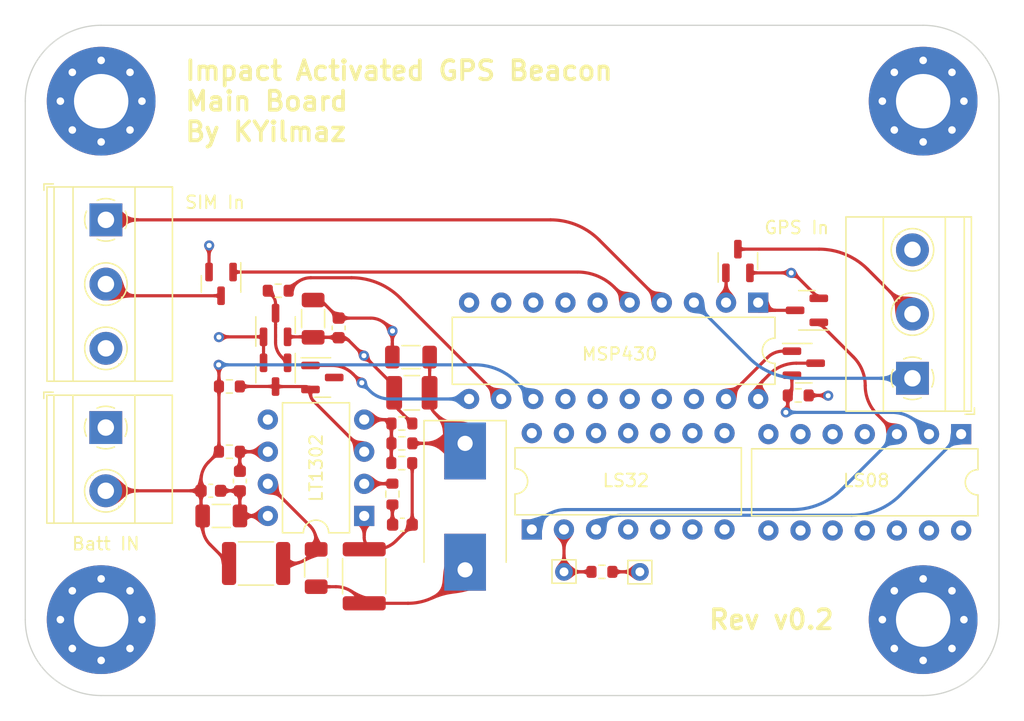
<source format=kicad_pcb>
(kicad_pcb (version 20211014) (generator pcbnew)
  (layers (0 "F.Cu" signal) (1 "In1.Cu" power "Power.Cu") (2 "In2.Cu" power "Ground.Cu") (31 "B.Cu" signal) (34 "B.Paste" user) (35 "F.Paste" user) (36 "B.SilkS" user "B.Silkscreen") (37 "F.SilkS" user "F.Silkscreen") (38 "B.Mask" user) (39 "F.Mask" user) (44 "Edge.Cuts" user))
  (net 0 "")
  (net 1 "BattSense")
  (net 2 "Earth")
  (net 3 "Net-(C3-Pad1)")
  (net 4 "Net-(C4-Pad1)")
  (net 5 "Net-(C5-Pad1)")
  (net 6 "Net-(C5-Pad2)")
  (net 7 "Net-(C6-Pad1)")
  (net 8 "+5V")
  (net 9 "Net-(D1-Pad3)")
  (net 10 "PowerOn")
  (net 11 "Net-(D2-Pad2)")
  (net 12 "Net-(IC1-Pad2)")
  (net 13 "Net-(IC1-Pad4)")
  (net 15 "MSP430-RX")
  (net 16 "Net-(J1-Pad2)")
  (net 17 "MSP430-TX")
  (net 18 "Net-(J2-Pad2)")
  (net 19 "MSP430-VCC")
  (net 20 "MSP430-P1.0")
  (net 21 "MSP430-P1.3")
  (net 26 "MSP430-Poweroff")
  (net 27 "PowerHold")
  (net 33 "Net-(Q3-Pad1)")
  (net 34 "Net-(U2-Pad3)")
  (net 35 "/Minisense-100")
  (net 36 "Net-(Q4-Pad2)")
  (footprint "MountingHole:MountingHole_4.3mm_M4_Pad_Via" (layer "F.Cu") (at 211 136)
    (fp_text reference "H1")
    (fp_text value "MountingHole_Pad")
  )
  (footprint "Resistor_SMD:R_0603_1608Metric" (layer "F.Cu") (at 156.14 117.56)
    (fp_text reference "R2")
    (fp_text value "10K")
  )
  (footprint "Connector_Pin:Pin_D0.7mm_L6.5mm_W1.8mm_FlatFork" (layer "F.Cu") (at 182.6 132.22 -90)
    (fp_text reference "J3")
    (fp_text value "Minisense-100 Ground")
  )
  (footprint "Resistor_SMD:R_0603_1608Metric" (layer "F.Cu") (at 169.77 123.62)
    (fp_text reference "R6")
    (fp_text value "100K")
  )
  (footprint "Inductor_SMD:L_1812_4532Metric" (layer "F.Cu") (at 166.8 132.57 90)
    (fp_text reference "L2")
    (fp_text value "33μH")
  )
  (footprint "MountingHole:MountingHole_4.3mm_M4_Pad_Via" (layer "F.Cu") (at 146 95)
    (fp_text reference "H4")
    (fp_text value "MountingHole_Pad")
  )
  (footprint "Package_TO_SOT_SMD:SOT-23" (layer "F.Cu") (at 201.56 115.72)
    (fp_text reference "Q4")
    (fp_text value "2N7000")
  )
  (footprint "TerminalBlock_Phoenix:TerminalBlock_Phoenix_MKDS-1,5-2_1x02_P5.00mm_Horizontal" (layer "F.Cu") (at 146.365 120.81 -90)
    (fp_text reference "K1")
    (fp_text value "Battery Terminal")
  )
  (footprint "TerminalBlock_Phoenix:TerminalBlock_Phoenix_MKDS-1,5-3-5.08_1x03_P5.08mm_Horizontal" (layer "F.Cu") (at 146.375 104.385 -90)
    (fp_text reference "J2")
    (fp_text value "SIM Connection Terminal")
  )
  (footprint "Connector_Pin:Pin_D0.7mm_L6.5mm_W1.8mm_FlatFork" (layer "F.Cu") (at 188.6 132.22 90)
    (fp_text reference "J4")
    (fp_text value "Minisense-100 Ground")
  )
  (footprint "Package_TO_SOT_SMD:SOT-23" (layer "F.Cu") (at 201.81 111.54 180)
    (fp_text reference "Q3")
    (fp_text value "MGSF2")
  )
  (footprint "Resistor_SMD:R_0603_1608Metric" (layer "F.Cu") (at 156.14 122.72)
    (fp_text reference "R3")
    (fp_text value "10Ω")
  )
  (footprint "Package_TO_SOT_SMD:SOT-23" (layer "F.Cu") (at 155.48 109.45 -90)
    (fp_text reference "Q2")
    (fp_text value "MGSF2N02ELT1G")
  )
  (footprint "Package_TO_SOT_SMD:SOT-23" (layer "F.Cu") (at 163.49 116.85)
    (fp_text reference "D2")
    (fp_text value "BAT54SLT1G")
  )
  (footprint "Capacitor_SMD:C_0603_1608Metric" (layer "F.Cu") (at 156.97 125.04 -90)
    (fp_text reference "C3")
    (fp_text value "1μ")
  )
  (footprint "Inductor_SMD:L_1210_3225Metric" (layer "F.Cu") (at 170.57 118.06 180)
    (fp_text reference "L3")
    (fp_text value "27μH")
  )
  (footprint "Resistor_SMD:R_0603_1608Metric" (layer "F.Cu") (at 185.6 132.22 180)
    (fp_text reference "R8")
    (fp_text value "1Meg")
  )
  (footprint "Resistor_SMD:R_0603_1608Metric" (layer "F.Cu") (at 169.03 126.07 -90)
    (fp_text reference "R4")
    (fp_text value "10K")
  )
  (footprint "MountingHole:MountingHole_4.3mm_M4_Pad_Via" (layer "F.Cu") (at 146 136)
    (fp_text reference "H3")
    (fp_text value "MountingHole_Pad")
  )
  (footprint "Package_TO_SOT_SMD:SOT-23" (layer "F.Cu") (at 159.79 112.7 90)
    (fp_text reference "D1")
    (fp_text value "BAT54SLT1G")
  )
  (footprint "Inductor_SMD:L_1812_4532Metric" (layer "F.Cu") (at 158.25 131.56)
    (fp_text reference "L1")
    (fp_text value "33μH")
  )
  (footprint "Diode_SMD:D_SMC-RM10_Universal_Handsoldering" (layer "F.Cu") (at 174.78 127.06 -90)
    (fp_text reference "D3")
    (fp_text value "MBRS340T3G")
  )
  (footprint "Package_TO_SOT_SMD:SOT-23" (layer "F.Cu") (at 159.79 116.63 -90)
    (fp_text reference "T1")
    (fp_text value "BSS138")
  )
  (footprint "TerminalBlock_Phoenix:TerminalBlock_Phoenix_MKDS-1,5-3-5.08_1x03_P5.08mm_Horizontal" (layer "F.Cu") (at 210.155 116.915 90)
    (fp_text reference "J1")
    (fp_text value "GPS Connection Terminal")
  )
  (footprint "Package_DIP:DIP-14_W7.62mm" (layer "F.Cu") (at 214.005 121.33 -90)
    (fp_text reference "U3")
    (fp_text value "74LS08")
  )
  (footprint "Capacitor_SMD:C_1206_3216Metric" (layer "F.Cu") (at 170.5 115.24 180)
    (fp_text reference "C6")
    (fp_text value "100μ")
  )
  (footprint "Capacitor_SMD:C_1206_3216Metric" (layer "F.Cu") (at 155.5 127.8)
    (fp_text reference "C1")
    (fp_text value "100μ")
  )
  (footprint "Package_DIP:DIP-14_W7.62mm" (layer "F.Cu") (at 180.055 128.87 90)
    (fp_text reference "U2")
    (fp_text value "74LS32")
  )
  (footprint "Capacitor_SMD:C_1206_3216Metric" (layer "F.Cu") (at 163 131.92 -90)
    (fp_text reference "C5")
    (fp_text value "220μ")
  )
  (footprint "Capacitor_SMD:C_0603_1608Metric" (layer "F.Cu") (at 154.67 125.81)
    (fp_text reference "C2")
    (fp_text value "100n")
  )
  (footprint "Resistor_SMD:R_0603_1608Metric" (layer "F.Cu") (at 169.78 120.49)
    (fp_text reference "R7")
    (fp_text value "680K")
  )
  (footprint "Package_DIP:DIP-8_W7.62mm" (layer "F.Cu") (at 166.8 127.8 180)
    (fp_text reference "IC1")
    (fp_text value "LT1302")
  )
  (footprint "Capacitor_SMD:C_0603_1608Metric" (layer "F.Cu") (at 164.78 112.93 90)
    (fp_text reference "C8")
    (fp_text value "100n")
  )
  (footprint "Resistor_SMD:R_0603_1608Metric" (layer "F.Cu") (at 169.78 122.06 180)
    (fp_text reference "R5")
    (fp_text value "560K")
  )
  (footprint "Package_TO_SOT_SMD:SOT-23" (layer "F.Cu") (at 196.35 107.64 90)
    (fp_text reference "Q1")
    (fp_text value "MGSF2N02ELT1G")
  )
  (footprint "Package_DIP:DIP-20_W7.62mm" (layer "F.Cu") (at 197.955 110.93 -90)
    (fp_text reference "MCU1")
    (fp_text value "MSP430G2553IN20")
  )
  (footprint "Resistor_SMD:R_0603_1608Metric" (layer "F.Cu") (at 160 109.99)
    (fp_text reference "R1")
    (fp_text value "10K")
  )
  (footprint "Capacitor_SMD:C_1206_3216Metric" (layer "F.Cu") (at 162.76 112.2 90)
    (fp_text reference "C7")
    (fp_text value "100μ")
  )
  (footprint "Resistor_SMD:R_0603_1608Metric" (layer "F.Cu") (at 201.12 118.27 180)
    (fp_text reference "R9")
    (fp_text value "1Meg")
  )
  (footprint "Capacitor_SMD:C_0603_1608Metric" (layer "F.Cu") (at 169.82 128.49)
    (fp_text reference "C4")
    (fp_text value "10n")
  )
  (footprint "MountingHole:MountingHole_4.3mm_M4_Pad_Via" (layer "F.Cu") (at 211 95)
    (fp_text reference "H2")
    (fp_text value "MountingHole_Pad")
  )
  (gr_line (start 146 142) (end 211 142) (layer "Edge.Cuts") (width 0.1))
  (gr_arc (start 146 142) (mid 141.757359 140.242641) (end 140 136) (layer "Edge.Cuts") (width 0.1))
  (gr_line (start 140 95) (end 140 136) (layer "Edge.Cuts") (width 0.1))
  (gr_arc (start 211 89) (mid 215.242641 90.757359) (end 217 95) (layer "Edge.Cuts") (width 0.1))
  (gr_arc (start 217 136) (mid 215.242641 140.242641) (end 211 142) (layer "Edge.Cuts") (width 0.1))
  (gr_arc (start 140 95) (mid 141.757359 90.757359) (end 146 89) (layer "Edge.Cuts") (width 0.1))
  (gr_line (start 217 136) (end 217 95) (layer "Edge.Cuts") (width 0.1))
  (gr_line (start 211 89) (end 146 89) (layer "Edge.Cuts") (width 0.1))
  (gr_text "LS32" (at 187.5 125) (layer "F.SilkS") (effects (font (size 1 1))))
  (gr_text "SIM In\n" (at 155 103) (layer "F.SilkS") (effects (font (size 1 1))))
  (gr_text "Batt IN" (at 146.365 130) (layer "F.SilkS") (effects (font (size 1 1))))
  (gr_text "LT1302" (at 163 124 90) (layer "F.SilkS") (effects (font (size 1 1))))
  (gr_text "Rev v0.2\n" (at 199 136) (layer "F.SilkS") (effects (font (size 1.5 1.5) (thickness 0.3))))
  (gr_text "Impact Activated GPS Beacon\nMain Board\nBy KYilmaz" (at 152.5 95) (layer "F.SilkS") (effects (font (size 1.5 1.5) (thickness 0.3)) (justify left)))
  (gr_text "MSP430" (at 187 115) (layer "F.SilkS") (effects (font (size 1 1))))
  (gr_text "GPS In" (at 201 105) (layer "F.SilkS") (effects (font (size 1 1))))
  (gr_text "LS08" (at 206.5 125) (layer "F.SilkS") (effects (font (size 1 1))))
  (segment (start 154.616318 130.063818) (end 156.1125 131.56) (width 0.25) (layer "F.Cu") (net 1))
  (segment (start 153.895 125.81) (end 146.365 125.81) (width 0.25) (layer "F.Cu") (net 1))
  (segment (start 155.3025 115.8625) (end 155.29 115.85) (width 0.25) (layer "F.Cu") (net 1))
  (segment (start 155.315 122.72) (end 154.485434 123.549565) (width 0.25) (layer "F.Cu") (net 1))
  (segment (start 155.315 117.56) (end 155.315 115.892677) (width 0.25) (layer "F.Cu") (net 1))
  (segment (start 153.895 127.578076) (end 153.895 125.81) (width 0.25) (layer "F.Cu") (net 1))
  (segment (start 155.315 117.56) (end 155.315 122.72) (width 0.25) (layer "F.Cu") (net 1))
  (segment (start 154.025 128.63625) (end 154.025 127.891923) (width 0.25) (layer "F.Cu") (net 1))
  (segment (start 153.895 124.975) (end 153.895 125.81) (width 0.25) (layer "F.Cu") (net 1))
  (via (at 155.29 115.85) (size 0.8) (drill 0.4) (layers "F.Cu" "B.Cu") (net 1))
  (arc (start 153.895 124.975) (mid 154.048448 124.20356) (end 154.485434 123.549565) (width 0.25) (layer "F.Cu") (net 1))
  (arc (start 155.315 115.892677) (mid 155.311751 115.876345) (end 155.3025 115.8625) (width 0.25) (layer "F.Cu") (net 1))
  (arc (start 154.025 128.63625) (mid 154.178678 129.408844) (end 154.616318 130.063818) (width 0.25) (layer "F.Cu") (net 1))
  (arc (start 153.96 127.735) (mid 153.911892 127.663002) (end 153.895 127.578076) (width 0.25) (layer "F.Cu") (net 1))
  (arc (start 153.96 127.735) (mid 154.008107 127.806997) (end 154.025 127.891923) (width 0.25) (layer "F.Cu") (net 1))
  (segment (start 178.825 117.2) (end 180.175 118.55) (width 0.25) (layer "B.Cu") (net 1))
  (segment (start 155.29 115.85) (end 175.565811 115.85) (width 0.25) (layer "B.Cu") (net 1))
  (arc (start 175.565811 115.85) (mid 177.329671 116.200853) (end 178.825 117.2) (width 0.25) (layer "B.Cu") (net 1))
  (segment (start 168.5325 112.6625) (end 169.04 113.17) (width 0.25) (layer "F.Cu") (net 2))
  (segment (start 156.978535 127.8) (end 159.18 127.8) (width 0.25) (layer "F.Cu") (net 2))
  (segment (start 169.025 113.195606) (end 169.025 115.24) (width 0.25) (layer "F.Cu") (net 2))
  (segment (start 200.968043 115.72) (end 202.4975 115.72) (width 0.25) (layer "F.Cu") (net 2))
  (segment (start 156.961464 125.81) (end 155.445 125.81) (width 0.25) (layer "F.Cu") (net 2))
  (segment (start 198.837499 116.602499) (end 198.331534 117.108465) (width 0.25) (layer "F.Cu") (net 2))
  (segment (start 164.78 112.155) (end 167.307286 112.155) (width 0.25) (layer "F.Cu") (net 2))
  (segment (start 158.84 113.6375) (end 158.84 115.6925) (width 0.25) (layer "F.Cu") (net 2))
  (segment (start 169.307457 129.777542) (end 170.595 128.49) (width 0.25) (layer "F.Cu") (net 2))
  (segment (start 155.348409 113.6375) (end 158.84 113.6375) (width 0.25) (layer "F.Cu") (net 2))
  (segment (start 164.78 112.155) (end 163.558596 110.933596) (width 0.25) (layer "F.Cu") (net 2))
  (segment (start 186.425 132.22) (end 188.6 132.22) (width 0.25) (layer "F.Cu") (net 2))
  (segment (start 170.595 128.49) (end 170.595 123.62) (width 0.25) (layer "F.Cu") (net 2))
  (segment (start 166.8 129.50625) (end 166.8 127.8) (width 0.25) (layer "F.Cu") (net 2))
  (segment (start 169.0325 113.1775) (end 169.04 113.17) (width 0.25) (layer "F.Cu") (net 2))
  (segment (start 197.955 118.0175) (end 197.955 118.55) (width 0.25) (layer "F.Cu") (net 2))
  (segment (start 156.97 127.791464) (end 156.97 125.818535) (width 0.25) (layer "F.Cu") (net 2))
  (segment (start 155.31 113.66) (end 155.32125 113.64875) (width 0.25) (layer "F.Cu") (net 2))
  (via (at 169.04 113.17) (size 0.8) (drill 0.4) (layers "F.Cu" "B.Cu") (net 2))
  (via (at 155.31 113.66) (size 0.8) (drill 0.4) (layers "F.Cu" "B.Cu") (net 2))
  (arc (start 156.97 125.818535) (mid 156.96935 125.815268) (end 156.9675 125.8125) (width 0.25) (layer "F.Cu") (net 2))
  (arc (start 169.0325 113.1775) (mid 169.026949 113.185807) (end 169.025 113.195606) (width 0.25) (layer "F.Cu") (net 2))
  (arc (start 156.97 127.791464) (mid 156.970649 127.79473) (end 156.9725 127.7975) (width 0.25) (layer "F.Cu") (net 2))
  (arc (start 156.9675 125.8125) (mid 156.96473 125.810649) (end 156.961464 125.81) (width 0.25) (layer "F.Cu") (net 2))
  (arc (start 163.558596 110.933596) (mid 163.327544 110.779212) (end 163.055 110.725) (width 0.25) (layer "F.Cu") (net 2))
  (arc (start 200.968043 115.72) (mid 199.815001 115.949354) (end 198.837499 116.602499) (width 0.25) (layer "F.Cu") (net 2))
  (arc (start 169.307457 129.777542) (mid 168.581993 130.262281) (end 167.72625 130.4325) (width 0.25) (layer "F.Cu") (net 2))
  (arc (start 156.978535 127.8) (mid 156.975268 127.79935) (end 156.9725 127.7975) (width 0.25) (layer "F.Cu") (net 2))
  (arc (start 155.32125 113.64875) (mid 155.33371 113.640423) (end 155.348409 113.6375) (width 0.25) (layer "F.Cu") (net 2))
  (arc (start 167.72625 130.4325) (mid 167.071292 130.161207) (end 166.8 129.50625) (width 0.25) (layer "F.Cu") (net 2))
  (arc (start 168.5325 112.6625) (mid 167.970367 112.286894) (end 167.307286 112.155) (width 0.25) (layer "F.Cu") (net 2))
  (arc (start 198.331534 117.108465) (mid 198.052857 117.525533) (end 197.955 118.0175) (width 0.25) (layer "F.Cu") (net 2))
  (segment (start 156.965 122.72) (end 156.965 124.256464) (width 0.25) (layer "F.Cu") (net 3))
  (segment (start 156.965 122.72) (end 159.18 122.72) (width 0.25) (layer "F.Cu") (net 3))
  (segment (start 156.9675 124.2625) (end 156.97 124.265) (width 0.25) (layer "F.Cu") (net 3))
  (arc (start 156.9675 124.2625) (mid 156.965649 124.25973) (end 156.965 124.256464) (width 0.25) (layer "F.Cu") (net 3))
  (segment (start 169.03 128.464393) (end 169.03 126.895) (width 0.25) (layer "F.Cu") (net 4))
  (segment (start 169.0375 128.4825) (end 169.045 128.49) (width 0.25) (layer "F.Cu") (net 4))
  (arc (start 169.03 128.464393) (mid 169.031949 128.474192) (end 169.0375 128.4825) (width 0.25) (layer "F.Cu") (net 4))
  (segment (start 161.13625 131.56) (end 160.3875 131.56) (width 0.25) (layer "F.Cu") (net 5))
  (segment (start 163 130.445) (end 162.414446 131.030553) (width 0.25) (layer "F.Cu") (net 5))
  (segment (start 163 130.445) (end 163 129.7625) (width 0.25) (layer "F.Cu") (net 5))
  (segment (start 162.517399 128.597399) (end 159.18 125.26) (width 0.25) (layer "F.Cu") (net 5))
  (arc (start 161.13625 131.56) (mid 161.828004 131.422401) (end 162.414446 131.030553) (width 0.25) (layer "F.Cu") (net 5))
  (arc (start 162.517399 128.597399) (mid 162.874576 129.131952) (end 163 129.7625) (width 0.25) (layer "F.Cu") (net 5))
  (segment (start 173.45625 133.38375) (end 174.78 132.06) (width 0.25) (layer "F.Cu") (net 6))
  (segment (start 166.8 134.7075) (end 170.260434 134.7075) (width 0.25) (layer "F.Cu") (net 6))
  (segment (start 164.559422 133.395) (end 163 133.395) (width 0.25) (layer "F.Cu") (net 6))
  (segment (start 166.8 134.7075) (end 166.14375 134.05125) (width 0.25) (layer "F.Cu") (net 6))
  (arc (start 164.559422 133.395) (mid 165.416854 133.565553) (end 166.14375 134.05125) (width 0.25) (layer "F.Cu") (net 6))
  (arc (start 173.45625 133.38375) (mid 171.989997 134.363468) (end 170.260434 134.7075) (width 0.25) (layer "F.Cu") (net 6))
  (segment (start 172.390728 119.670728) (end 174.78 122.06) (width 0.25) (layer "F.Cu") (net 7))
  (segment (start 174.78 122.06) (end 170.605 122.06) (width 0.25) (layer "F.Cu") (net 7))
  (segment (start 171.975 118.051464) (end 171.975 115.24) (width 0.25) (layer "F.Cu") (net 7))
  (segment (start 171.97 118.655) (end 171.97 118.063535) (width 0.25) (layer "F.Cu") (net 7))
  (arc (start 171.9725 118.0575) (mid 171.970649 118.060268) (end 171.97 118.063535) (width 0.25) (layer "F.Cu") (net 7))
  (arc (start 171.975 118.051464) (mid 171.97435 118.05473) (end 171.9725 118.0575) (width 0.25) (layer "F.Cu") (net 7))
  (arc (start 171.97 118.655) (mid 172.079343 119.204708) (end 172.390728 119.670728) (width 0.25) (layer "F.Cu") (net 7))
  (segment (start 169.17 118.388562) (end 169.17 118.444874) (width 0.25) (layer "F.Cu") (net 8))
  (segment (start 169.17 118.275938) (end 169.17 118.33225) (width 0.25) (layer "F.Cu") (net 8))
  (segment (start 169.521785 119.406785) (end 170.605 120.49) (width 0.25) (layer "F.Cu") (net 8))
  (segment (start 169.17 118.275938) (end 169.17 118.261859) (width 0.25) (layer "F.Cu") (net 8))
  (segment (start 203.455857 118.27) (end 201.945 118.27) (width 0.25) (layer "F.Cu") (net 8))
  (segment (start 200.795104 108.637604) (end 202.7475 110.59) (width 0.25) (layer "F.Cu") (net 8))
  (segment (start 169.17 118.17739) (end 169.17 118.097687) (width 0.25) (layer "F.Cu") (net 8))
  (segment (start 165.564384 113.909884) (end 166.78 115.1255) (width 0.25) (layer "F.Cu") (net 8))
  (segment (start 169.17 118.515264) (end 169.17 118.543421) (width 0.25) (layer "F.Cu") (net 8))
  (segment (start 203.48 118.28) (end 203.49 118.29) (width 0.25) (layer "F.Cu") (net 8))
  (segment (start 169.17 118.5575) (end 169.17 118.543421) (width 0.25) (layer "F.Cu") (net 8))
  (segment (start 169.17 118.444874) (end 169.17 118.501186) (width 0.25) (layer "F.Cu") (net 8))
  (segment (start 169.17 118.33225) (end 169.17 118.388562) (width 0.25) (layer "F.Cu") (net 8))
  (segment (start 160.74 113.6375) (end 162.7225 113.6375) (width 0.25) (layer "F.Cu") (net 8))
  (segment (start 169.17 118.17739) (end 169.17 118.261859) (width 0.25) (layer "F.Cu") (net 8))
  (segment (start 154.54 106.41) (end 154.535 106.415) (width 0.25) (layer "F.Cu") (net 8))
  (segment (start 169.17 118.501186) (end 169.17 118.515264) (width 0.25) (layer "F.Cu") (net 8))
  (segment (start 162.76 113.675) (end 164.75 113.675) (width 0.25) (layer "F.Cu") (net 8))
  (segment (start 169.17 117.891062) (end 169.17 118.097687) (width 0.25) (layer "F.Cu") (net 8))
  (segment (start 154.53 106.427071) (end 154.53 108.5125) (width 0.25) (layer "F.Cu") (net 8))
  (segment (start 169.17 117.891062) (end 169.17 117.78775) (width 0.25) (layer "F.Cu") (net 8))
  (segment (start 165.06975 113.705) (end 164.78 113.705) (width 0.25) (layer "F.Cu") (net 8))
  (segment (start 200.565 108.5775) (end 200.65 108.5775) (width 0.25) (layer "F.Cu") (net 8))
  (segment (start 168.97749 117.32299) (end 166.78 115.1255) (width 0.25) (layer "F.Cu") (net 8))
  (segment (start 200.565 108.5775) (end 197.3 108.5775) (width 0.25) (layer "F.Cu") (net 8))
  (via (at 166.78 115.1255) (size 0.8) (drill 0.4) (layers "F.Cu" "B.Cu") (net 8))
  (via (at 200.565 108.5775) (size 0.8) (drill 0.4) (layers "F.Cu" "B.Cu") (net 8))
  (via (at 203.49 118.29) (size 0.8) (drill 0.4) (layers "F.Cu" "B.Cu") (net 8))
  (via (at 154.54 106.41) (size 0.8) (drill 0.4) (layers "F.Cu" "B.Cu") (net 8))
  (arc (start 203.455857 118.27) (mid 203.468923 118.272598) (end 203.48 118.28) (width 0.25) (layer "F.Cu") (net 8))
  (arc (start 154.53 106.427071) (mid 154.531299 106.420538) (end 154.535 106.415) (width 0.25) (layer "F.Cu") (net 8))
  (arc (start 165.06975 113.705) (mid 165.337444 113.758247) (end 165.564384 113.909884) (width 0.25) (layer "F.Cu") (net 8))
  (arc (start 200.65 108.5775) (mid 200.728529 108.59312) (end 200.795104 108.637604) (width 0.25) (layer "F.Cu") (net 8))
  (arc (start 169.17 118.5575) (mid 169.261425 119.017129) (end 169.521785 119.406785) (width 0.25) (layer "F.Cu") (net 8))
  (arc (start 168.97749 117.32299) (mid 169.119968 117.536223) (end 169.17 117.78775) (width 0.25) (layer "F.Cu") (net 8))
  (segment (start 159.79 111.390174) (end 159.79 111.408966) (width 0.25) (layer "F.Cu") (net 9))
  (segment (start 159.79 111.21972) (end 159.79 111.228712) (width 0.25) (layer "F.Cu") (net 9))
  (segment (start 159.79 111.07584) (end 159.79 111.11181) (width 0.25) (layer "F.Cu") (net 9))
  (segment (start 159.79 111.18375) (end 159.79 111.21972) (width 0.25) (layer "F.Cu") (net 9))
  (segment (start 159.79 114.070748) (end 159.79 113.926904) (width 0.25) (layer "F.Cu") (net 9))
  (segment (start 159.79 111.14778) (end 159.79 111.18375) (width 0.25) (layer "F.Cu") (net 9))
  (segment (start 159.79 111.408966) (end 159.79 111.427758) (width 0.25) (layer "F.Cu") (net 9))
  (segment (start 159.79 112.92) (end 159.79 113.495374) (width 0.25) (layer "F.Cu") (net 9))
  (segment (start 159.79 111.228712) (end 159.79 111.282667) (width 0.25) (layer "F.Cu") (net 9))
  (segment (start 159.79 111.03987) (end 159.79 111.048862) (width 0.25) (layer "F.Cu") (net 9))
  (segment (start 159.79 112.344625) (end 159.79 112.673346) (width 0.25) (layer "F.Cu") (net 9))
  (segment (start 159.79 113.639217) (end 159.79 113.495374) (width 0.25) (layer "F.Cu") (net 9))
  (segment (start 159.79 111.690559) (end 159.79 111.725685) (width 0.25) (layer "F.Cu") (net 9))
  (segment (start 159.79 113.639217) (end 159.79 113.926904) (width 0.25) (layer "F.Cu") (net 9))
  (segment (start 159.79 111.07584) (end 159.79 111.066847) (width 0.25) (layer "F.Cu") (net 9))
  (segment (start 159.79 111.048862) (end 159.79 111.066847) (width 0.25) (layer "F.Cu") (net 9))
  (segment (start 159.4825 110.2975) (end 159.175 109.99) (width 0.25) (layer "F.Cu") (net 9))
  (segment (start 159.79 111.11181) (end 159.79 111.14778) (width 0.25) (layer "F.Cu") (net 9))
  (segment (start 159.79 112.673346) (end 159.79 112.92) (width 0.25) (layer "F.Cu") (net 9))
  (segment (start 159.79 111.509094) (end 159.79 111.427758) (width 0.25) (layer "F.Cu") (net 9))
  (segment (start 159.79 111.390174) (end 159.79 111.282667) (width 0.25) (layer "F.Cu") (net 9))
  (segment (start 159.79 111.725685) (end 159.79 111.977402) (width 0.25) (layer "F.Cu") (net 9))
  (segment (start 160.265 115.2175) (end 160.74 115.6925) (width 0.25) (layer "F.Cu") (net 9))
  (segment (start 159.79 111.977402) (end 159.79 112.015904) (width 0.25) (layer "F.Cu") (net 9))
  (segment (start 159.79 112.015904) (end 159.79 112.344625) (width 0.25) (layer "F.Cu") (net 9))
  (segment (start 159.79 111.509094) (end 159.79 111.690559) (width 0.25) (layer "F.Cu") (net 9))
  (arc (start 159.4825 110.2975) (mid 159.710083 110.638102) (end 159.79 111.03987) (width 0.25) (layer "F.Cu") (net 9))
  (arc (start 160.265 115.2175) (mid 159.913448 114.691365) (end 159.79 114.070748) (width 0.25) (layer "F.Cu") (net 9))
  (segment (start 164.271263 115.9) (end 162.5525 115.9) (width 0.25) (layer "F.Cu") (net 10))
  (segment (start 165.925 116.585) (end 166.61 117.27) (width 0.25) (layer "F.Cu") (net 10))
  (via (at 166.61 117.27) (size 0.8) (drill 0.4) (layers "F.Cu" "B.Cu") (net 10))
  (arc (start 164.271263 115.9) (mid 165.166259 116.078025) (end 165.925 116.585) (width 0.25) (layer "F.Cu") (net 10))
  (segment (start 167.25 117.91) (end 166.61 117.27) (width 0.25) (layer "B.Cu") (net 10))
  (segment (start 168.795096 118.55) (end 175.095 118.55) (width 0.25) (layer "B.Cu") (net 10))
  (arc (start 168.795096 118.55) (mid 167.958896 118.383669) (end 167.25 117.91) (width 0.25) (layer "B.Cu") (net 10))
  (segment (start 162.155597 117.5675) (end 159.795303 117.5675) (width 0.25) (layer "F.Cu") (net 11))
  (segment (start 159.777196 117.56) (end 156.965 117.56) (width 0.25) (layer "F.Cu") (net 11))
  (segment (start 162.5525 117.964402) (end 162.5525 118.13625) (width 0.25) (layer "F.Cu") (net 11))
  (segment (start 162.790264 118.710264) (end 166.8 122.72) (width 0.25) (layer "F.Cu") (net 11))
  (arc (start 162.5525 118.13625) (mid 162.614292 118.446904) (end 162.790264 118.710264) (width 0.25) (layer "F.Cu") (net 11))
  (arc (start 159.78625 117.56375) (mid 159.782096 117.560974) (end 159.777196 117.56) (width 0.25) (layer "F.Cu") (net 11))
  (arc (start 159.78625 117.56375) (mid 159.790403 117.566525) (end 159.795303 117.5675) (width 0.25) (layer "F.Cu") (net 11))
  (arc (start 162.43625 117.68375) (mid 162.307485 117.597712) (end 162.155597 117.5675) (width 0.25) (layer "F.Cu") (net 11))
  (arc (start 162.43625 117.68375) (mid 162.522287 117.812514) (end 162.5525 117.964402) (width 0.25) (layer "F.Cu") (net 11))
  (segment (start 166.8075 125.2525) (end 166.8 125.26) (width 0.25) (layer "F.Cu") (net 12))
  (segment (start 166.825606 125.245) (end 169.03 125.245) (width 0.25) (layer "F.Cu") (net 12))
  (arc (start 166.8075 125.2525) (mid 166.815807 125.246949) (end 166.825606 125.245) (width 0.25) (layer "F.Cu") (net 12))
  (segment (start 168.945 122.077071) (end 168.945 123.62) (width 0.25) (layer "F.Cu") (net 13))
  (segment (start 168.955 120.709203) (end 168.955 122.052928) (width 0.25) (layer "F.Cu") (net 13))
  (segment (start 168.425796 120.18) (end 166.8 120.18) (width 0.25) (layer "F.Cu") (net 13))
  (arc (start 168.8 120.335) (mid 168.628313 120.220283) (end 168.425796 120.18) (width 0.25) (layer "F.Cu") (net 13))
  (arc (start 168.945 122.077071) (mid 168.946299 122.070538) (end 168.95 122.065) (width 0.25) (layer "F.Cu") (net 13))
  (arc (start 168.8 120.335) (mid 168.914716 120.506685) (end 168.955 120.709203) (width 0.25) (layer "F.Cu") (net 13))
  (arc (start 168.95 122.065) (mid 168.9537 122.059461) (end 168.955 122.052928) (width 0.25) (layer "F.Cu") (net 13))
  (segment (start 201.113963 116.915) (end 210.155 116.915) (width 0.25) (layer "B.Cu") (net 15))
  (segment (start 197.266207 115.321207) (end 192.875 110.93) (width 0.25) (layer "B.Cu") (net 15))
  (arc (start 197.266207 115.321207) (mid 199.031572 116.500786) (end 201.113963 116.915) (width 0.25) (layer "B.Cu") (net 15))
  (segment (start 202.768536 106.7025) (end 196.35 106.7025) (width 0.25) (layer "F.Cu") (net 16))
  (segment (start 206.616292 108.296292) (end 210.155 111.835) (width 0.25) (layer "F.Cu") (net 16))
  (arc (start 202.768536 106.7025) (mid 204.850926 107.116713) (end 206.616292 108.296292) (width 0.25) (layer "F.Cu") (net 16))
  (segment (start 185.383792 105.978792) (end 190.335 110.93) (width 0.25) (layer "F.Cu") (net 17))
  (segment (start 181.536036 104.385) (end 146.375 104.385) (width 0.25) (layer "F.Cu") (net 17))
  (arc (start 181.536036 104.385) (mid 183.618426 104.799213) (end 185.383792 105.978792) (width 0.25) (layer "F.Cu") (net 17))
  (segment (start 146.83625 109.92625) (end 146.375 109.465) (width 0.25) (layer "F.Cu") (net 18))
  (segment (start 147.949806 110.3875) (end 155.48 110.3875) (width 0.25) (layer "F.Cu") (net 18))
  (arc (start 146.83625 109.92625) (mid 147.347153 110.267625) (end 147.949806 110.3875) (width 0.25) (layer "F.Cu") (net 18))
  (segment (start 198.26 111.235) (end 197.955 110.93) (width 0.25) (layer "F.Cu") (net 19))
  (segment (start 198.996335 111.54) (end 200.8725 111.54) (width 0.25) (layer "F.Cu") (net 19))
  (arc (start 198.996335 111.54) (mid 198.597833 111.460733) (end 198.26 111.235) (width 0.25) (layer "F.Cu") (net 19))
  (segment (start 195.4075 108.585) (end 195.4 108.5775) (width 0.25) (layer "F.Cu") (net 20))
  (segment (start 195.415 108.603106) (end 195.415 110.93) (width 0.25) (layer "F.Cu") (net 20))
  (arc (start 195.4075 108.585) (mid 195.41305 108.593307) (end 195.415 108.603106) (width 0.25) (layer "F.Cu") (net 20))
  (segment (start 186.58625 109.72125) (end 187.795 110.93) (width 0.25) (layer "F.Cu") (net 21))
  (segment (start 183.668069 108.5125) (end 156.43 108.5125) (width 0.25) (layer "F.Cu") (net 21))
  (arc (start 186.58625 109.72125) (mid 185.247377 108.826643) (end 183.668069 108.5125) (width 0.25) (layer "F.Cu") (net 21))
  (segment (start 198.690302 115.274697) (end 195.415 118.55) (width 0.25) (layer "F.Cu") (net 26))
  (segment (start 199.90875 114.77) (end 200.6225 114.77) (width 0.25) (layer "F.Cu") (net 26))
  (arc (start 199.90875 114.77) (mid 199.24933 114.901166) (end 198.690302 115.274697) (width 0.25) (layer "F.Cu") (net 26))
  (segment (start 161.33875 109.47625) (end 160.825 109.99) (width 0.25) (layer "F.Cu") (net 27))
  (segment (start 165.793536 108.9625) (end 162.579052 108.9625) (width 0.25) (layer "F.Cu") (net 27))
  (segment (start 169.641292 110.556292) (end 177.635 118.55) (width 0.25) (layer "F.Cu") (net 27))
  (arc (start 161.33875 109.47625) (mid 161.907805 109.096019) (end 162.579052 108.9625) (width 0.25) (layer "F.Cu") (net 27))
  (arc (start 169.641292 110.556292) (mid 167.875926 109.376713) (end 165.793536 108.9625) (width 0.25) (layer "F.Cu") (net 27))
  (segment (start 205.478664 115.221164) (end 202.7475 112.49) (width 0.25) (layer "F.Cu") (net 33))
  (segment (start 207.361335 119.766335) (end 208.925 121.33) (width 0.25) (layer "F.Cu") (net 33))
  (arc (start 205.478664 115.221164) (mid 206.175354 116.263835) (end 206.42 117.49375) (width 0.25) (layer "F.Cu") (net 33))
  (arc (start 207.361335 119.766335) (mid 206.664644 118.723664) (end 206.42 117.49375) (width 0.25) (layer "F.Cu") (net 33))
  (segment (start 182.743693 127.295) (end 200.706036 127.295) (width 0.25) (layer "B.Cu") (net 33))
  (segment (start 180.8425 128.0825) (end 180.055 128.87) (width 0.25) (layer "B.Cu") (net 33))
  (segment (start 204.553792 125.701207) (end 208.925 121.33) (width 0.25) (layer "B.Cu") (net 33))
  (arc (start 180.8425 128.0825) (mid 181.714774 127.499664) (end 182.743693 127.295) (width 0.25) (layer "B.Cu") (net 33))
  (arc (start 200.706036 127.295) (mid 202.788426 126.880786) (end 204.553792 125.701207) (width 0.25) (layer "B.Cu") (net 33))
  (segment (start 185.6975 128.3075) (end 185.135 128.87) (width 0.25) (layer "B.Cu") (net 34))
  (segment (start 187.055495 127.745) (end 205.336036 127.745) (width 0.25) (layer "B.Cu") (net 34))
  (segment (start 209.183792 126.151207) (end 214.005 121.33) (width 0.25) (layer "B.Cu") (net 34))
  (arc (start 209.183792 126.151207) (mid 207.418426 127.330786) (end 205.336036 127.745) (width 0.25) (layer "B.Cu") (net 34))
  (arc (start 187.055495 127.745) (mid 186.320553 127.891188) (end 185.6975 128.3075) (width 0.25) (layer "B.Cu") (net 34))
  (segment (start 182.6 132.22) (end 184.775 132.22) (width 0.25) (layer "F.Cu") (net 35))
  (segment (start 182.5975 128.8725) (end 182.595 128.87) (width 0.25) (layer "F.Cu") (net 35))
  (segment (start 182.6 132.22) (end 182.6 128.878535) (width 0.25) (layer "F.Cu") (net 35))
  (arc (start 182.5975 128.8725) (mid 182.59935 128.875268) (end 182.6 128.878535) (width 0.25) (layer "F.Cu") (net 35))
  (segment (start 200.295 119.345398) (end 200.295 118.501577) (width 0.25) (layer "F.Cu") (net 36))
  (segment (start 200.14 119.61) (end 200.2175 119.5325) (width 0.25) (layer "F.Cu") (net 36))
  (segment (start 200.6225 117.710922) (end 200.6225 116.67) (width 0.25) (layer "F.Cu") (net 36))
  (via (at 200.14 119.61) (size 0.8) (drill 0.4) (layers "F.Cu" "B.Cu") (net 36))
  (arc (start 200.6225 117.710922) (mid 200.579942 117.924872) (end 200.45875 118.10625) (width 0.25) (layer "F.Cu") (net 36))
  (arc (start 200.295 118.501577) (mid 200.337557 118.287627) (end 200.45875 118.10625) (width 0.25) (layer "F.Cu") (net 36))
  (arc (start 200.295 119.345398) (mid 200.274858 119.446656) (end 200.2175 119.5325) (width 0.25) (layer "F.Cu") (net 36))
  (segment (start 208.528776 119.61) (end 200.14 119.61) (width 0.25) (layer "B.Cu") (net 36))
  (segment (start 210.605 120.47) (end 211.465 121.33) (width 0.25) (layer "B.Cu") (net 36))
  (arc (start 208.528776 119.61) (mid 209.65242 119.833506) (end 210.605 120.47) (width 0.25) (layer "B.Cu") (net 36))
  (zone (net 7) (net_name "Net-(C6-Pad1)") (layer "F.Cu") (priority 16962) (connect_pads yes (clearance 0)) (min_thickness 0.0254) (fill yes (thermal_gap 0.508) (thermal_bridge_width 0.508))
    (polygon (pts (xy 172.1 116.385) (xy 172.105976 116.251639) (xy 172.122995 116.141261) (xy 172.149688 116.048909) (xy 172.184687 115.969622) (xy 172.226624 115.898444) (xy 172.274131 115.830416) (xy 172.32584 115.760579) (xy 172.380383 115.683976) (xy 172.436392 115.595647) (xy 172.4925 115.490636) (xy 171.975 114.9525) (xy 171.4575 115.490636) (xy 171.513607 115.595647) (xy 171.569616 115.683976) (xy 171.624159 115.760579) (xy 171.675868 115.830416) (xy 171.723375 115.898444) (xy 171.765312 115.969622) (xy 171.800311 116.048909) (xy 171.827004 116.141261) (xy 171.844023 116.251639) (xy 171.85 116.385)))
  )
  (zone (net 20) (net_name "MSP430-P1.0") (layer "F.Cu") (priority 16962) (connect_pads yes (clearance 0)) (min_thickness 0.0254) (fill yes (thermal_gap 0.508) (thermal_bridge_width 0.508))
    (polygon (pts (xy 195.54 109.183106) (xy 195.541592 109.113071) (xy 195.546266 109.053566) (xy 195.553867 109.00241) (xy 195.564242 108.957422) (xy 195.577235 108.916421) (xy 195.592693 108.877225) (xy 195.610462 108.837653) (xy 195.630386 108.795524) (xy 195.652312 108.748658) (xy 195.676086 108.694873) (xy 195.392647 108.427681) (xy 195.136736 108.721346) (xy 195.164512 108.770689) (xy 195.189787 108.813937) (xy 195.212462 108.853113) (xy 195.232436 108.890237) (xy 195.24961 108.927331) (xy 195.263885 108.966417) (xy 195.275161 109.009516) (xy 195.283338 109.058649) (xy 195.288318 109.115839) (xy 195.29 109.183106)))
  )
  (zone (net 21) (net_name "MSP430-P1.3") (layer "F.Cu") (priority 16962) (connect_pads yes (clearance 0)) (min_thickness 0.0254) (fill yes (thermal_gap 0.508) (thermal_bridge_width 0.508))
    (polygon (pts (xy 186.582313 109.894089) (xy 186.707995 110.033234) (xy 186.797609 110.160994) (xy 186.858017 110.280864) (xy 186.896077 110.396337) (xy 186.91865 110.510908) (xy 186.932595 110.628072) (xy 186.944774 110.751323) (xy 186.962045 110.884155) (xy 186.991269 111.030062) (xy 187.039307 111.19254) (xy 188.077842 111.212842) (xy 188.05754 110.174307) (xy 187.895062 110.126269) (xy 187.749155 110.097045) (xy 187.616323 110.079774) (xy 187.493072 110.067595) (xy 187.375908 110.05365) (xy 187.261337 110.031077) (xy 187.145864 109.993017) (xy 187.025994 109.932609) (xy 186.898234 109.842995) (xy 186.759089 109.717313)))
  )
  (zone (net 35) (net_name "/Minisense-100") (layer "F.Cu") (priority 16962) (connect_pads yes (clearance 0)) (min_thickness 0.0254) (fill yes (thermal_gap 0.508) (thermal_bridge_width 0.508))
    (polygon (pts (xy 182.475 130.83) (xy 182.467044 130.993) (xy 182.444469 131.127183) (xy 182.409211 131.23881) (xy 182.363207 131.334148) (xy 182.308395 131.419459) (xy 182.246711 131.501009) (xy 182.180092 131.585062) (xy 182.110476 131.677881) (xy 182.0398 131.785732) (xy 181.97 131.914878) (xy 182.6 132.57) (xy 183.23 131.914878) (xy 183.160199 131.785732) (xy 183.089523 131.677881) (xy 183.019907 131.585062) (xy 182.953288 131.501009) (xy 182.891604 131.419459) (xy 182.836792 131.334148) (xy 182.790788 131.23881) (xy 182.75553 131.127183) (xy 182.732955 130.993) (xy 182.725 130.83)))
  )
  (zone (net 1) (net_name "BattSense") (layer "F.Cu") (priority 16962) (connect_pads yes (clearance 0)) (min_thickness 0.0254) (fill yes (thermal_gap 0.508) (thermal_bridge_width 0.508))
    (polygon (pts (xy 153.005 125.935) (xy 153.107503 125.939046) (xy 153.19297 125.950632) (xy 153.265028 125.968927) (xy 153.327307 125.993098) (xy 153.383436 126.022315) (xy 153.437044 126.055747) (xy 153.49176 126.092563) (xy 153.551214 126.131931) (xy 153.619034 126.17302) (xy 153.69885 126.215) (xy 154.12 125.81) (xy 153.69885 125.405) (xy 153.619034 125.446979) (xy 153.551214 125.488068) (xy 153.49176 125.527436) (xy 153.437044 125.564252) (xy 153.383436 125.597684) (xy 153.327307 125.626901) (xy 153.265028 125.651072) (xy 153.19297 125.669367) (xy 153.107503 125.680953) (xy 153.005 125.685)))
  )
  (zone (net 35) (net_name "/Minisense-100") (layer "F.Cu") (priority 16962) (connect_pads yes (clearance 0)) (min_thickness 0.0254) (fill yes (thermal_gap 0.508) (thermal_bridge_width 0.508))
    (polygon (pts (xy 183.99 132.095) (xy 183.826999 132.087044) (xy 183.692816 132.064469) (xy 183.581189 132.029211) (xy 183.485851 131.983207) (xy 183.40054 131.928395) (xy 183.31899 131.866711) (xy 183.234937 131.800092) (xy 183.142118 131.730476) (xy 183.034267 131.6598) (xy 182.905122 131.59) (xy 182.25 132.22) (xy 182.905122 132.85) (xy 183.034267 132.780199) (xy 183.142118 132.709523) (xy 183.234937 132.639907) (xy 183.31899 132.573288) (xy 183.40054 132.511604) (xy 183.485851 132.456792) (xy 183.581189 132.410788) (xy 183.692816 132.37553) (xy 183.826999 132.352955) (xy 183.99 132.345)))
  )
  (zone (net 8) (net_name "+5V") (layer "F.Cu") (priority 16962) (connect_pads yes (clearance 0)) (min_thickness 0.0254) (fill yes (thermal_gap 0.508) (thermal_bridge_width 0.508))
    (polygon (pts (xy 166.132998 114.655275) (xy 166.194653 114.72155) (xy 166.241584 114.781762) (xy 166.276416 114.837675) (xy 166.301777 114.89105) (xy 166.320293 114.943653) (xy 166.334592 114.997245) (xy 166.3473 115.053589) (xy 166.361046 115.114449) (xy 166.378454 115.181588) (xy 166.402154 115.25677) (xy 166.921421 115.266921) (xy 166.91127 114.747654) (xy 166.836088 114.723954) (xy 166.768949 114.706546) (xy 166.708089 114.6928) (xy 166.651745 114.680092) (xy 166.598153 114.665793) (xy 166.54555 114.647277) (xy 166.492175 114.621916) (xy 166.436262 114.587084) (xy 166.37605 114.540153) (xy 166.309775 114.478498)))
  )
  (zone (net 3) (net_name "Net-(C3-Pad1)") (layer "F.Cu") (priority 16962) (connect_pads yes (clearance 0)) (min_thickness 0.0254) (fill yes (thermal_gap 0.508) (thermal_bridge_width 0.508))
    (polygon (pts (xy 157.59 122.845) (xy 157.777261 122.854519) (xy 157.930968 122.881492) (xy 158.058444 122.923538) (xy 158.167008 122.978278) (xy 158.263984 123.043331) (xy 158.356693 123.116317) (xy 158.452456 123.194857) (xy 158.558595 123.276571) (xy 158.682432 123.359078) (xy 158.831289 123.44) (xy 159.58 122.72) (xy 158.831289 122) (xy 158.682432 122.080921) (xy 158.558595 122.163428) (xy 158.452456 122.245142) (xy 158.356693 122.323682) (xy 158.263984 122.396668) (xy 158.167008 122.461721) (xy 158.058444 122.516461) (xy 157.930968 122.558507) (xy 157.777261 122.58548) (xy 157.59 122.595)))
  )
  (zone (net 8) (net_name "+5V") (layer "F.Cu") (priority 16962) (connect_pads yes (clearance 0)) (min_thickness 0.0254) (fill yes (thermal_gap 0.508) (thermal_bridge_width 0.508))
    (polygon (pts (xy 197.89 108.4525) (xy 197.823477 108.450788) (xy 197.767013 108.445768) (xy 197.718553 108.437616) (xy 197.676041 108.426505) (xy 197.637421 108.412611) (xy 197.600639 108.396108) (xy 197.563637 108.377171) (xy 197.524361 108.355974) (xy 197.480756 108.332692) (xy 197.430766 108.3075) (xy 197.15 108.5775) (xy 197.430766 108.8475) (xy 197.480756 108.822307) (xy 197.524361 108.799025) (xy 197.563637 108.777828) (xy 197.600639 108.758891) (xy 197.637421 108.742388) (xy 197.676041 108.728494) (xy 197.718553 108.717383) (xy 197.767013 108.709231) (xy 197.823477 108.704211) (xy 197.89 108.7025)))
  )
  (zone (net 2) (net_name "Earth") (layer "F.Cu") (priority 16962) (connect_pads yes (clearance 0)) (min_thickness 0.0254) (fill yes (thermal_gap 0.508) (thermal_bridge_width 0.508))
    (polygon (pts (xy 164.062288 111.614065) (xy 164.131907 111.689407) (xy 164.184148 111.758033) (xy 164.222165 111.821922) (xy 164.249111 111.883051) (xy 164.26814 111.9434) (xy 164.282407 112.004946) (xy 164.295064 112.069669) (xy 164.309267 112.139546) (xy 164.328168 112.216556) (xy 164.354923 112.302678) (xy 164.939099 112.314099) (xy 164.927678 111.729923) (xy 164.841556 111.703168) (xy 164.764546 111.684267) (xy 164.694669 111.670064) (xy 164.629946 111.657407) (xy 164.5684 111.64314) (xy 164.508051 111.624111) (xy 164.446922 111.597165) (xy 164.383033 111.559148) (xy 164.314407 111.506907) (xy 164.239065 111.437288)))
  )
  (zone (net 19) (net_name "MSP430-VCC") (layer "F.Cu") (priority 16962) (connect_pads yes (clearance 0)) (min_thickness 0.0254) (fill yes (thermal_gap 0.508) (thermal_bridge_width 0.508))
    (polygon (pts (xy 200.2825 111.665) (xy 200.349022 111.666711) (xy 200.405486 111.671731) (xy 200.453946 111.679883) (xy 200.496458 111.690994) (xy 200.535078 111.704888) (xy 200.57186 111.721391) (xy 200.608862 111.740328) (xy 200.648138 111.761525) (xy 200.691743 111.784807) (xy 200.741734 111.81) (xy 201.0225 111.54) (xy 200.741734 111.27) (xy 200.691743 111.295192) (xy 200.648138 111.318474) (xy 200.608862 111.339671) (xy 200.57186 111.358608) (xy 200.535078 111.375111) (xy 200.496458 111.389005) (xy 200.453946 111.400116) (xy 200.405486 111.408268) (xy 200.349022 111.413288) (xy 200.2825 111.415)))
  )
  (zone (net 2) (net_name "Earth") (layer "F.Cu") (priority 16962) (connect_pads yes (clearance 0)) (min_thickness 0.0254) (fill yes (thermal_gap 0.508) (thermal_bridge_width 0.508))
    (polygon (pts (xy 187.21 132.345) (xy 187.373 132.352955) (xy 187.507183 132.37553) (xy 187.61881 132.410788) (xy 187.714148 132.456792) (xy 187.799459 132.511604) (xy 187.881009 132.573288) (xy 187.965062 132.639907) (xy 188.057881 132.709523) (xy 188.165732 132.780199) (xy 188.294878 132.85) (xy 188.95 132.22) (xy 188.294878 131.59) (xy 188.165732 131.6598) (xy 188.057881 131.730476) (xy 187.965062 131.800092) (xy 187.881009 131.866711) (xy 187.799459 131.928395) (xy 187.714148 131.983207) (xy 187.61881 132.029211) (xy 187.507183 132.064469) (xy 187.373 132.087044) (xy 187.21 132.095)))
  )
  (zone (net 33) (net_name "Net-(Q3-Pad1)") (layer "F.Cu") (priority 16962) (connect_pads yes (clearance 0)) (min_thickness 0.0254) (fill yes (thermal_gap 0.508) (thermal_bridge_width 0.508))
    (polygon (pts (xy 207.712313 120.294089) (xy 207.837995 120.433234) (xy 207.927609 120.560994) (xy 207.988017 120.680864) (xy 208.026077 120.796337) (xy 208.04865 120.910908) (xy 208.062595 121.028072) (xy 208.074774 121.151323) (xy 208.092045 121.284155) (xy 208.121269 121.430062) (xy 208.169307 121.59254) (xy 209.207842 121.612842) (xy 209.18754 120.574307) (xy 209.025062 120.526269) (xy 208.879155 120.497045) (xy 208.746323 120.479774) (xy 208.623072 120.467595) (xy 208.505908 120.45365) (xy 208.391337 120.431077) (xy 208.275864 120.393017) (xy 208.155994 120.332609) (xy 208.028234 120.242995) (xy 207.889089 120.117313)))
  )
  (zone (net 26) (net_name "MSP430-Poweroff") (layer "F.Cu") (priority 16962) (connect_pads yes (clearance 0)) (min_thickness 0.0254) (fill yes (thermal_gap 0.508) (thermal_bridge_width 0.508))
    (polygon (pts (xy 196.45091 117.337313) (xy 196.311764 117.462995) (xy 196.184004 117.552609) (xy 196.064135 117.613017) (xy 195.948661 117.651077) (xy 195.83409 117.67365) (xy 195.716926 117.687595) (xy 195.593676 117.699774) (xy 195.460844 117.717045) (xy 195.314937 117.746269) (xy 195.15246 117.794307) (xy 195.132158 118.832842) (xy 196.170693 118.81254) (xy 196.21873 118.650062) (xy 196.247954 118.504155) (xy 196.265225 118.371323) (xy 196.277404 118.248072) (xy 196.291349 118.130909) (xy 196.313922 118.016337) (xy 196.351982 117.900864) (xy 196.41239 117.780994) (xy 196.502004 117.653234) (xy 196.627687 117.514089)))
  )
  (zone (net 11) (net_name "Net-(D2-Pad2)") (layer "F.Cu") (priority 16962) (connect_pads yes (clearance 0)) (min_thickness 0.0254) (fill yes (thermal_gap 0.508) (thermal_bridge_width 0.508))
    (polygon (pts (xy 162.72385 118.384329) (xy 162.703982 118.323711) (xy 162.693878 118.270667) (xy 162.692354 118.223627) (xy 162.698226 118.181024) (xy 162.710312 118.14129) (xy 162.727426 118.102856) (xy 162.748386 118.064155) (xy 162.772007 118.023618) (xy 162.797106 117.979677) (xy 162.8225 117.930766) (xy 162.5525 117.65) (xy 162.2825 117.930766) (xy 162.311045 117.991425) (xy 162.334442 118.044638) (xy 162.353977 118.092674) (xy 162.370939 118.137802) (xy 162.386613 118.182293) (xy 162.402287 118.228415) (xy 162.419248 118.278438) (xy 162.438783 118.334633) (xy 162.462178 118.399267) (xy 162.490722 118.474613)))
  )
  (zone (net 2) (net_name "Earth") (layer "F.Cu") (priority 16962) (connect_pads yes (clearance 0)) (min_thickness 0.0254) (fill yes (thermal_gap 0.508) (thermal_bridge_width 0.508))
    (polygon (pts (xy 165.67 112.03) (xy 165.567496 112.025953) (xy 165.482029 112.014367) (xy 165.409971 111.996072) (xy 165.347692 111.971901) (xy 165.291563 111.942684) (xy 165.237955 111.909252) (xy 165.183239 111.872436) (xy 165.123785 111.833068) (xy 165.055965 111.791979) (xy 164.97615 111.75) (xy 164.555 112.155) (xy 164.97615 112.56) (xy 165.055965 112.51802) (xy 165.123785 112.476931) (xy 165.183239 112.437563) (xy 165.237955 112.400747) (xy 165.291563 112.367315) (xy 165.347692 112.338098) (xy 165.409971 112.313927) (xy 165.482029 112.295632) (xy 165.567496 112.284046) (xy 165.67 112.28)))
  )
  (zone (net 6) (net_name "Net-(C5-Pad2)") (layer "F.Cu") (priority 16962) (connect_pads yes (clearance 0)) (min_thickness 0.0254) (fill yes (thermal_gap 0.508) (thermal_bridge_width 0.508))
    (polygon (pts (xy 172.155657 134.428233) (xy 172.569607 134.256465) (xy 172.925561 134.133923) (xy 173.237155 134.049714) (xy 173.518021 133.992947) (xy 173.781795 133.952727) (xy 174.042112 133.918163) (xy 174.312605 133.878363) (xy 174.606909 133.822433) (xy 174.938659 133.739482) (xy 175.321489 133.618617) (xy 175.363363 131.476637) (xy 173.221383 131.518511) (xy 173.120732 131.876834) (xy 173.063758 132.213152) (xy 173.032738 132.528202) (xy 173.00995 132.822721) (xy 172.977671 133.097447) (xy 172.918179 133.353117) (xy 172.813753 133.59047) (xy 172.64667 133.810242) (xy 172.399208 134.013171) (xy 172.053645 134.199995)))
  )
  (zone (net 36) (net_name "Net-(Q4-Pad2)") (layer "F.Cu") (priority 16962) (connect_pads yes (clearance 0)) (min_thickness 0.0254) (fill yes (thermal_gap 0.508) (thermal_bridge_width 0.508))
    (polygon (pts (xy 200.17 118.835398) (xy 200.16654 118.912511) (xy 200.156385 118.977197) (xy 200.139866 119.031656) (xy 200.117316 119.078088) (xy 200.089069 119.118691) (xy 200.055456 119.155664) (xy 200.016812 119.191207) (xy 199.973468 119.22752) (xy 199.925757 119.266801) (xy 199.874014 119.311251) (xy 200.063533 119.794804) (xy 200.53931 119.586532) (xy 200.531336 119.496938) (xy 200.51958 119.42035) (xy 200.505131 119.353097) (xy 200.489076 119.29151) (xy 200.472505 119.231917) (xy 200.456506 119.170648) (xy 200.442167 119.104032) (xy 200.430577 119.028399) (xy 200.422825 118.940077) (xy 200.42 118.835398)))
  )
  (zone (net 8) (net_name "+5V") (layer "F.Cu") (priority 16962) (connect_pads yes (clearance 0)) (min_thickness 0.0254) (fill yes (thermal_gap 0.508) (thermal_bridge_width 0.508))
    (polygon (pts (xy 201.293614 108.959337) (xy 201.223605 108.885163) (xy 201.168709 108.818679) (xy 201.1257 108.758016) (xy 201.091354 108.70131) (xy 201.062445 108.646693) (xy 201.035748 108.592299) (xy 201.008039 108.536262) (xy 200.976092 108.476716) (xy 200.936683 108.411795) (xy 200.886587 108.339632) (xy 200.387871 108.484628) (xy 200.552248 108.977296) (xy 200.623321 108.978085) (xy 200.687238 108.976974) (xy 200.745464 108.975932) (xy 200.799466 108.976931) (xy 200.850708 108.981941) (xy 200.900657 108.992931) (xy 200.950778 109.011873) (xy 201.002538 109.040737) (xy 201.057402 109.081494) (xy 201.116837 109.136114)))
  )
  (zone (net 8) (net_name "+5V") (layer "F.Cu") (priority 16962) (connect_pads yes (clearance 0)) (min_thickness 0.0254) (fill yes (thermal_gap 0.508) (thermal_bridge_width 0.508))
    (polygon (pts (xy 161.33 113.5125) (xy 161.263477 113.510788) (xy 161.207013 113.505768) (xy 161.158553 113.497616) (xy 161.116041 113.486505) (xy 161.077421 113.472611) (xy 161.040639 113.456108) (xy 161.003637 113.437171) (xy 160.964361 113.415974) (xy 160.920756 113.392692) (xy 160.870766 113.3675) (xy 160.59 113.6375) (xy 160.870766 113.9075) (xy 160.920756 113.882307) (xy 160.964361 113.859025) (xy 161.003637 113.837828) (xy 161.040639 113.818891) (xy 161.077421 113.802388) (xy 161.116041 113.788494) (xy 161.158553 113.777383) (xy 161.207013 113.769231) (xy 161.263477 113.764211) (xy 161.33 113.7625)))
  )
  (zone (net 36) (net_name "Net-(Q4-Pad2)") (layer "F.Cu") (priority 16962) (connect_pads yes (clearance 0)) (min_thickness 0.0254) (fill yes (thermal_gap 0.508) (thermal_bridge_width 0.508))
    (polygon (pts (xy 200.7475 117.26) (xy 200.749211 117.193477) (xy 200.754231 117.137013) (xy 200.762383 117.088553) (xy 200.773494 117.046041) (xy 200.787388 117.007421) (xy 200.803891 116.970639) (xy 200.822828 116.933637) (xy 200.844025 116.894361) (xy 200.867307 116.850756) (xy 200.8925 116.800766) (xy 200.6225 116.52) (xy 200.3525 116.800766) (xy 200.377692 116.850756) (xy 200.400974 116.894361) (xy 200.422171 116.933637) (xy 200.441108 116.970639) (xy 200.457611 117.007421) (xy 200.471505 117.046041) (xy 200.482616 117.088553) (xy 200.490768 117.137013) (xy 200.495788 117.193477) (xy 200.4975 117.26)))
  )
  (zone (net 13) (net_name "Net-(IC1-Pad4)") (layer "F.Cu") (priority 16962) (connect_pads yes (clearance 0)) (min_thickness 0.0254) (fill yes (thermal_gap 0.508) (thermal_bridge_width 0.508))
    (polygon (pts (xy 169.07 122.867071) (xy 169.073204 122.77521) (xy 169.082464 122.698174) (xy 169.097246 122.63286) (xy 169.117017 122.576162) (xy 169.141246 122.524979) (xy 169.169399 122.476205) (xy 169.200945 122.426739) (xy 169.23535 122.373475) (xy 169.272082 122.313311) (xy 169.310609 122.243144) (xy 168.959911 121.860061) (xy 168.590827 122.225462) (xy 168.626505 122.298631) (xy 168.660901 122.361258) (xy 168.693432 122.416544) (xy 168.723516 122.467693) (xy 168.750569 122.517907) (xy 168.774011 122.57039) (xy 168.793257 122.628345) (xy 168.807726 122.694975) (xy 168.816834 122.773482) (xy 168.82 122.867071)))
  )
  (zone (net 18) (net_name "Net-(J2-Pad2)") (layer "F.Cu") (priority 16962) (connect_pads yes (clearance 0)) (min_thickness 0.0254) (fill yes (thermal_gap 0.508) (thermal_bridge_width 0.508))
    (polygon (pts (xy 154.89 110.5125) (xy 154.956522 110.514211) (xy 155.012986 110.519231) (xy 155.061446 110.527383) (xy 155.103958 110.538494) (xy 155.142578 110.552388) (xy 155.17936 110.568891) (xy 155.216362 110.587828) (xy 155.255638 110.609025) (xy 155.299243 110.632307) (xy 155.349234 110.6575) (xy 155.63 110.3875) (xy 155.349234 110.1175) (xy 155.299243 110.142692) (xy 155.255638 110.165974) (xy 155.216362 110.187171) (xy 155.17936 110.206108) (xy 155.142578 110.222611) (xy 155.103958 110.236505) (xy 155.061446 110.247616) (xy 155.012986 110.255768) (xy 154.956522 110.260788) (xy 154.89 110.2625)))
  )
  (zone (net 2) (net_name "Earth") (layer "F.Cu") (priority 16962) (connect_pads yes (clearance 0)) (min_thickness 0.0254) (fill yes (thermal_gap 0.508) (thermal_bridge_width 0.508))
    (polygon (pts (xy 157.095 126.708535) (xy 157.09903 126.605567) (xy 157.110573 126.519689) (xy 157.12881 126.44726) (xy 157.152921 126.38464) (xy 157.182085 126.328192) (xy 157.215481 126.274276) (xy 157.252292 126.219253) (xy 157.291695 126.159484) (xy 157.332871 126.091329) (xy 157.375 126.01115) (xy 156.97 125.59) (xy 156.565 126.01115) (xy 156.607128 126.091329) (xy 156.648304 126.159484) (xy 156.687707 126.219253) (xy 156.724518 126.274276) (xy 156.757914 126.328192) (xy 156.787078 126.38464) (xy 156.811189 126.44726) (xy 156.829426 126.519689) (xy 156.840969 126.605567) (xy 156.845 126.708535)))
  )
  (zone (net 36) (net_name "Net-(Q4-Pad2)") (layer "F.Cu") (priority 16962) (connect_pads yes (clearance 0)) (min_thickness 0.0254) (fill yes (thermal_gap 0.508) (thermal_bridge_width 0.508))
    (polygon (pts (xy 200.42 119.071577) (xy 200.423211 118.979588) (xy 200.432464 118.90247) (xy 200.447183 118.837086) (xy 200.466793 118.780297) (xy 200.49072 118.728966) (xy 200.518389 118.679955) (xy 200.549227 118.630126) (xy 200.582657 118.576342) (xy 200.618106 118.515464) (xy 200.655 118.444355) (xy 200.295 118.07) (xy 199.935 118.444355) (xy 199.971893 118.515464) (xy 200.007342 118.576342) (xy 200.040772 118.630126) (xy 200.07161 118.679955) (xy 200.099279 118.728966) (xy 200.123206 118.780297) (xy 200.142816 118.837086) (xy 200.157535 118.90247) (xy 200.166788 118.979588) (xy 200.17 119.071577)))
  )
  (zone (net 1) (net_name "BattSense") (layer "F.Cu") (priority 16962) (connect_pads yes (clearance 0)) (min_thickness 0.0254) (fill yes (thermal_gap 0.508) (thermal_bridge_width 0.508))
    (polygon (pts (xy 154.844775 123.367001) (xy 154.91105 123.305345) (xy 154.971262 123.258414) (xy 155.027175 123.223582) (xy 155.080551 123.198222) (xy 155.133153 123.179706) (xy 155.186745 123.165407) (xy 155.243089 123.152698) (xy 155.303949 123.138953) (xy 155.371089 123.121545) (xy 155.44627 123.097846) (xy 155.456421 122.578579) (xy 154.937154 122.58873) (xy 154.913454 122.663911) (xy 154.896046 122.73105) (xy 154.8823 122.79191) (xy 154.869592 122.848254) (xy 154.855293 122.901846) (xy 154.836777 122.954449) (xy 154.811416 123.007825) (xy 154.776584 123.063737) (xy 154.729653 123.123949) (xy 154.667998 123.190225)))
  )
  (zone (net 2) (net_name "Earth") (layer "F.Cu") (priority 16962) (connect_pads yes (clearance 0)) (min_thickness 0.0254) (fill yes (thermal_gap 0.508) (thermal_bridge_width 0.508))
    (polygon (pts (xy 198.29287 116.970353) (xy 198.162316 117.103998) (xy 198.055147 117.219558) (xy 197.965942 117.321128) (xy 197.889283 117.412803) (xy 197.819751 117.498675) (xy 197.751926 117.582841) (xy 197.680389 117.669393) (xy 197.599721 117.762427) (xy 197.504502 117.866036) (xy 197.389315 117.984316) (xy 197.912335 118.947718) (xy 198.708087 118.280077) (xy 198.648521 118.14268) (xy 198.57788 118.01709) (xy 198.503293 117.900888) (xy 198.431891 117.791654) (xy 198.370803 117.68697) (xy 198.32716 117.584416) (xy 198.308093 117.481574) (xy 198.320731 117.376024) (xy 198.372205 117.265349) (xy 198.469646 117.147128)))
  )
  (zone (net 4) (net_name "Net-(C4-Pad1)") (layer "F.Cu") (priority 16962) (connect_pads yes (clearance 0)) (min_thickness 0.0254) (fill yes (thermal_gap 0.508) (thermal_bridge_width 0.508))
    (polygon (pts (xy 168.905 127.584393) (xy 168.901051 127.690237) (xy 168.889756 127.778637) (xy 168.871937 127.853339) (xy 168.848418 127.918087) (xy 168.820025 127.976627) (xy 168.787579 128.032703) (xy 168.751907 128.090062) (xy 168.713831 128.152448) (xy 168.674175 128.223606) (xy 168.633765 128.307283) (xy 169.052403 128.714878) (xy 169.443326 128.28063) (xy 169.398551 128.201484) (xy 169.355343 128.134053) (xy 169.314441 128.074738) (xy 169.276588 128.019938) (xy 169.242525 127.966054) (xy 169.212993 127.909486) (xy 169.188733 127.846636) (xy 169.170486 127.773903) (xy 169.158995 127.687688) (xy 169.155 127.584393)))
  )
  (zone (net 1) (net_name "BattSense") (layer "F.Cu") (priority 16962) (connect_pads yes (clearance 0)) (min_thickness 0.0254) (fill yes (thermal_gap 0.508) (thermal_bridge_width 0.508))
    (polygon (pts (xy 153.77 126.663076) (xy 153.764195 126.807369) (xy 153.748004 126.927489) (xy 153.723256 127.028888) (xy 153.691785 127.117017) (xy 153.655421 127.19733) (xy 153.615996 127.275277) (xy 153.575343 127.356311) (xy 153.535292 127.445884) (xy 153.497675 127.549448) (xy 153.464325 127.672455) (xy 154.089801 128.080101) (xy 154.472691 127.439171) (xy 154.400265 127.355435) (xy 154.33119 127.284433) (xy 154.266473 127.2219) (xy 154.20712 127.163571) (xy 154.154137 127.105182) (xy 154.108531 127.042468) (xy 154.071308 126.971165) (xy 154.043474 126.887008) (xy 154.026036 126.785733) (xy 154.02 126.663076)))
  )
  (zone (net 21) (net_name "MSP430-P1.3") (layer "F.Cu") (priority 16962) (connect_pads yes (clearance 0)) (min_thickness 0.0254) (fill yes (thermal_gap 0.508) (thermal_bridge_width 0.508))
    (polygon (pts (xy 157.02 108.3875) (xy 156.953477 108.385788) (xy 156.897013 108.380768) (xy 156.848553 108.372616) (xy 156.806041 108.361505) (xy 156.767421 108.347611) (xy 156.730639 108.331108) (xy 156.693637 108.312171) (xy 156.654361 108.290974) (xy 156.610756 108.267692) (xy 156.560766 108.2425) (xy 156.28 108.5125) (xy 156.560766 108.7825) (xy 156.610756 108.757307) (xy 156.654361 108.734025) (xy 156.693637 108.712828) (xy 156.730639 108.693891) (xy 156.767421 108.677388) (xy 156.806041 108.663494) (xy 156.848553 108.652383) (xy 156.897013 108.644231) (xy 156.953477 108.639211) (xy 157.02 108.6375)))
  )
  (zone (net 3) (net_name "Net-(C3-Pad1)") (layer "F.Cu") (priority 16962) (connect_pads yes (clearance 0)) (min_thickness 0.0254) (fill yes (thermal_gap 0.508) (thermal_bridge_width 0.508))
    (polygon (pts (xy 157.09 123.51) (xy 157.093266 123.419538) (xy 157.102658 123.343777) (xy 157.117564 123.27961) (xy 157.137374 123.223935) (xy 157.161476 123.173647) (xy 157.189261 123.12564) (xy 157.220116 123.076812) (xy 157.253432 123.024058) (xy 157.288596 122.964274) (xy 157.325 122.894355) (xy 156.965 122.52) (xy 156.605 122.894355) (xy 156.641403 122.964274) (xy 156.676567 123.024058) (xy 156.709883 123.076812) (xy 156.740738 123.12564) (xy 156.768523 123.173647) (xy 156.792625 123.223935) (xy 156.812435 123.27961) (xy 156.827341 123.343777) (xy 156.836733 123.419538) (xy 156.84 123.51)))
  )
  (zone (net 5) (net_name "Net-(C5-Pad1)") (layer "F.Cu") (priority 16962) (connect_pads yes (clearance 0)) (min_thickness 0.0254) (fill yes (thermal_gap 0.508) (thermal_bridge_width 0.508))
    (polygon (pts (xy 161.651437 131.354172) (xy 161.511308 131.390722) (xy 161.39134 131.404738) (xy 161.287158 131.399121) (xy 161.194392 131.37677) (xy 161.10867 131.340588) (xy 161.025618 131.293476) (xy 160.940866 131.238335) (xy 160.850042 131.178066) (xy 160.748773 131.11557) (xy 160.632688 131.05375) (xy 160.10625 131.56) (xy 160.632688 132.06625) (xy 160.761747 132.002827) (xy 160.871783 131.947444) (xy 160.968303 131.89842) (xy 161.056811 131.854075) (xy 161.142815 131.812728) (xy 161.231821 131.772699) (xy 161.329335 131.732309) (xy 161.440863 131.689876) (xy 161.571912 131.64372) (xy 161.727989 131.592162)))
  )
  (zone (net 2) (net_name "Earth") (layer "F.Cu") (priority 16962) (connect_pads yes (clearance 0)) (min_thickness 0.0254) (fill yes (thermal_gap 0.508) (thermal_bridge_width 0.508))
    (polygon (pts (xy 156.845 126.646464) (xy 156.839067 126.781343) (xy 156.822175 126.893068) (xy 156.795681 126.986643) (xy 156.760941 127.067072) (xy 156.719313 127.13936) (xy 156.672154 127.208511) (xy 156.620822 127.279531) (xy 156.566673 127.357423) (xy 156.511064 127.447193) (xy 156.455354 127.553845) (xy 156.977484 128.087489) (xy 157.490314 127.544901) (xy 157.433096 127.439772) (xy 157.376274 127.351262) (xy 157.321174 127.274412) (xy 157.26912 127.204265) (xy 157.221439 127.135861) (xy 157.179455 127.064244) (xy 157.144494 126.984453) (xy 157.11788 126.891532) (xy 157.100941 126.780521) (xy 157.095 126.646464)))
  )
  (zone (net 2) (net_name "Earth") (layer "F.Cu") (priority 16962) (connect_pads yes (clearance 0)) (min_thickness 0.0254) (fill yes (thermal_gap 0.508) (thermal_bridge_width 0.508))
    (polygon (pts (xy 170.72 124.41) (xy 170.723266 124.319538) (xy 170.732658 124.243777) (xy 170.747564 124.17961) (xy 170.767374 124.123935) (xy 170.791476 124.073647) (xy 170.819261 124.02564) (xy 170.850116 123.976812) (xy 170.883432 123.924058) (xy 170.918596 123.864274) (xy 170.955 123.794355) (xy 170.595 123.42) (xy 170.235 123.794355) (xy 170.271403 123.864274) (xy 170.306567 123.924058) (xy 170.339883 123.976812) (xy 170.370738 124.02564) (xy 170.398523 124.073647) (xy 170.422625 124.123935) (xy 170.442435 124.17961) (xy 170.457341 124.243777) (xy 170.466733 124.319538) (xy 170.47 124.41)))
  )
  (zone (net 8) (net_name "+5V") (layer "F.Cu") (priority 16962) (connect_pads yes (clearance 0)) (min_thickness 0.0254) (fill yes (thermal_gap 0.508) (thermal_bridge_width 0.508))
    (polygon (pts (xy 169.957998 120.019775) (xy 170.019653 120.08605) (xy 170.066584 120.146262) (xy 170.101416 120.202175) (xy 170.126777 120.25555) (xy 170.145293 120.308153) (xy 170.159592 120.361745) (xy 170.1723 120.418089) (xy 170.186046 120.478949) (xy 170.203454 120.546088) (xy 170.227154 120.62127) (xy 170.746421 120.631421) (xy 170.73627 120.112154) (xy 170.661088 120.088454) (xy 170.593949 120.071046) (xy 170.533089 120.0573) (xy 170.476745 120.044592) (xy 170.423153 120.030293) (xy 170.37055 120.011777) (xy 170.317175 119.986416) (xy 170.261262 119.951584) (xy 170.20105 119.904653) (xy 170.134775 119.842998)))
  )
  (zone (net 2) (net_name "Earth") (layer "F.Cu") (priority 16962) (connect_pads yes (clearance 0)) (min_thickness 0.0254) (fill yes (thermal_gap 0.508) (thermal_bridge_width 0.508))
    (polygon (pts (xy 168.9 114.095) (xy 168.894023 114.22836) (xy 168.877004 114.338738) (xy 168.850311 114.43109) (xy 168.815312 114.510377) (xy 168.773375 114.581555) (xy 168.725868 114.649583) (xy 168.674159 114.71942) (xy 168.619616 114.796023) (xy 168.563607 114.884352) (xy 168.5075 114.989364) (xy 169.025 115.5275) (xy 169.5425 114.989364) (xy 169.486392 114.884352) (xy 169.430383 114.796023) (xy 169.37584 114.71942) (xy 169.324131 114.649583) (xy 169.276624 114.581555) (xy 169.234687 114.510377) (xy 169.199688 114.43109) (xy 169.172995 114.338738) (xy 169.155976 114.22836) (xy 169.15 114.095)))
  )
  (zone (net 9) (net_name "Net-(D1-Pad3)") (layer "F.Cu") (priority 16962) (connect_pads yes (clearance 0)) (min_thickness 0.0254) (fill yes (thermal_gap 0.508) (thermal_bridge_width 0.508))
    (polygon (pts (xy 159.820235 110.577595) (xy 159.778984 110.480153) (xy 159.744806 110.397169) (xy 159.716259 110.325349) (xy 159.6919 110.261403) (xy 159.670284 110.202039) (xy 159.649968 110.143964) (xy 159.62951 110.083887) (xy 159.607466 110.018517) (xy 159.582392 109.944562) (xy 159.552846 109.85873) (xy 159.033579 109.848579) (xy 159.04373 110.367846) (xy 159.117249 110.390067) (xy 159.185989 110.405987) (xy 159.250171 110.418686) (xy 159.310017 110.431241) (xy 159.365747 110.446732) (xy 159.417582 110.468237) (xy 159.465744 110.498834) (xy 159.510454 110.541602) (xy 159.551933 110.599619) (xy 159.590403 110.675965)))
  )
  (zone (net 2) (net_name "Earth") (layer "F.Cu") (priority 16962) (connect_pads yes (clearance 0)) (min_thickness 0.0254) (fill yes (thermal_gap 0.508) (thermal_bridge_width 0.508))
    (polygon (pts (xy 201.9075 115.845) (xy 201.974022 115.846711) (xy 202.030486 115.851731) (xy 202.078946 115.859883) (xy 202.121458 115.870994) (xy 202.160078 115.884888) (xy 202.19686 115.901391) (xy 202.233862 115.920328) (xy 202.273138 115.941525) (xy 202.316743 115.964807) (xy 202.366734 115.99) (xy 202.6475 115.72) (xy 202.366734 115.45) (xy 202.316743 115.475192) (xy 202.273138 115.498474) (xy 202.233862 115.519671) (xy 202.19686 115.538608) (xy 202.160078 115.555111) (xy 202.121458 115.569005) (xy 202.078946 115.580116) (xy 202.030486 115.588268) (xy 201.974022 115.593288) (xy 201.9075 115.595)))
  )
  (zone (net 3) (net_name "Net-(C3-Pad1)") (layer "F.Cu") (priority 16962) (connect_pads yes (clearance 0)) (min_thickness 0.0254) (fill yes (thermal_gap 0.508) (thermal_bridge_width 0.508))
    (polygon (pts (xy 156.84 123.366464) (xy 156.836 123.470522) (xy 156.824546 123.557358) (xy 156.806457 123.630649) (xy 156.782552 123.694074) (xy 156.75365 123.751309) (xy 156.720569 123.806034) (xy 156.684129 123.861925) (xy 156.645148 123.92266) (xy 156.604445 123.991918) (xy 156.562839 124.073377) (xy 156.972508 124.489986) (xy 157.372788 124.064348) (xy 157.329723 123.98442) (xy 157.287838 123.916422) (xy 157.247922 123.856724) (xy 157.210764 123.801698) (xy 157.177156 123.747716) (xy 157.147886 123.69115) (xy 157.123746 123.628369) (xy 157.105525 123.555747) (xy 157.094012 123.469655) (xy 157.09 123.366464)))
  )
  (zone (net 8) (net_name "+5V") (layer "F.Cu") (priority 16962) (connect_pads yes (clearance 0)) (min_thickness 0.0254) (fill yes (thermal_gap 0.508) (thermal_bridge_width 0.508))
    (polygon (pts (xy 165.702684 113.871408) (xy 165.625568 113.797648) (xy 165.557288 113.738479) (xy 165.495919 113.690537) (xy 165.439537 113.650459) (xy 165.386218 113.614882) (xy 165.334036 113.580442) (xy 165.281068 113.543778) (xy 165.225388 113.501525) (xy 165.165073 113.45032) (xy 165.098198 113.386802) (xy 164.55658 113.678384) (xy 164.926864 114.130359) (xy 164.997692 114.101629) (xy 165.063184 114.068647) (xy 165.124429 114.034717) (xy 165.182519 114.003142) (xy 165.238545 113.977227) (xy 165.293599 113.960275) (xy 165.348771 113.955591) (xy 165.405152 113.966478) (xy 165.463834 113.996241) (xy 165.525908 114.048184)))
  )
  (zone (net 2) (net_name "Earth") (layer "F.Cu") (priority 16962) (connect_pads yes (clearance 0)) (min_thickness 0.0254) (fill yes (thermal_gap 0.508) (thermal_bridge_width 0.508))
    (polygon (pts (xy 169.15 113.975606) (xy 169.153219 113.884364) (xy 169.16253 113.80786) (xy 169.177405 113.743019) (xy 169.197322 113.686769) (xy 169.221755 113.636035) (xy 169.250181 113.587744) (xy 169.282073 113.538823) (xy 169.316909 113.486198) (xy 169.354162 113.426795) (xy 169.39331 113.357541) (xy 169.047391 112.970137) (xy 168.673803 113.330932) (xy 168.708675 113.4047) (xy 168.742426 113.467806) (xy 168.774455 113.523474) (xy 168.804161 113.574925) (xy 168.830943 113.625385) (xy 168.854203 113.678075) (xy 168.873338 113.736219) (xy 168.88775 113.80304) (xy 168.896837 113.881761) (xy 168.9 113.975606)))
  )
  (zone (net 2) (net_name "Earth") (layer "F.Cu") (priority 16962) (connect_pads yes (clearance 0)) (min_thickness 0.0254) (fill yes (thermal_gap 0.508) (thermal_bridge_width 0.508))
    (polygon (pts (xy 158.123535 127.675) (xy 157.989716 127.669039) (xy 157.878929 127.652063) (xy 157.786206 127.625427) (xy 157.70658 127.590489) (xy 157.635081 127.548605) (xy 157.566743 127.501133) (xy 157.496597 127.44943) (xy 157.419676 127.394852) (xy 157.331012 127.338756) (xy 157.225636 127.2825) (xy 156.6875 127.8) (xy 157.225636 128.3175) (xy 157.331012 128.261243) (xy 157.419676 128.205147) (xy 157.496597 128.150569) (xy 157.566743 128.098866) (xy 157.635081 128.051394) (xy 157.70658 128.00951) (xy 157.786206 127.974572) (xy 157.878929 127.947936) (xy 157.989716 127.93096) (xy 158.123535 127.925)))
  )
  (zone (net 8) (net_name "+5V") (layer "F.Cu") (priority 16962) (connect_pads yes (clearance 0)) (min_thickness 0.0254) (fill yes (thermal_gap 0.508) (thermal_bridge_width 0.508))
    (polygon (pts (xy 163.905 113.55) (xy 163.771639 113.544023) (xy 163.661261 113.527004) (xy 163.568909 113.500311) (xy 163.489622 113.465312) (xy 163.418444 113.423375) (xy 163.350416 113.375868) (xy 163.280579 113.324159) (xy 163.203976 113.269616) (xy 163.115647 113.213607) (xy 163.010636 113.1575) (xy 162.4725 113.675) (xy 163.010636 114.1925) (xy 163.115647 114.136392) (xy 163.203976 114.080383) (xy 163.280579 114.02584) (xy 163.350416 113.974131) (xy 163.418444 113.926624) (xy 163.489622 113.884687) (xy 163.568909 113.849688) (xy 163.661261 113.822995) (xy 163.771639 113.805976) (xy 163.905 113.8)))
  )
  (zone (net 11) (net_name "Net-(D2-Pad2)") (layer "F.Cu") (priority 16962) (connect_pads yes (clearance 0)) (min_thickness 0.0254) (fill yes (thermal_gap 0.508) (thermal_bridge_width 0.508))
    (polygon (pts (xy 165.587313 121.684089) (xy 165.712995 121.823234) (xy 165.802609 121.950994) (xy 165.863017 122.070864) (xy 165.901077 122.186337) (xy 165.92365 122.300908) (xy 165.937595 122.418072) (xy 165.949774 122.541323) (xy 165.967045 122.674155) (xy 165.996269 122.820062) (xy 166.044307 122.98254) (xy 167.082842 123.002842) (xy 167.06254 121.964307) (xy 166.900062 121.916269) (xy 166.754155 121.887045) (xy 166.621323 121.869774) (xy 166.498072 121.857595) (xy 166.380908 121.84365) (xy 166.266337 121.821077) (xy 166.150864 121.783017) (xy 166.030994 121.722609) (xy 165.903234 121.632995) (xy 165.764089 121.507313)))
  )
  (zone (net 4) (net_name "Net-(C4-Pad1)") (layer "F.Cu") (priority 16962) (connect_pads yes (clearance 0)) (min_thickness 0.0254) (fill yes (thermal_gap 0.508) (thermal_bridge_width 0.508))
    (polygon (pts (xy 169.155 127.685) (xy 169.158266 127.594538) (xy 169.167658 127.518777) (xy 169.182564 127.45461) (xy 169.202374 127.398935) (xy 169.226476 127.348647) (xy 169.254261 127.30064) (xy 169.285116 127.251812) (xy 169.318432 127.199058) (xy 169.353596 127.139274) (xy 169.39 127.069355) (xy 169.03 126.695) (xy 168.67 127.069355) (xy 168.706403 127.139274) (xy 168.741567 127.199058) (xy 168.774883 127.251812) (xy 168.805738 127.30064) (xy 168.833523 127.348647) (xy 168.857625 127.398935) (xy 168.877435 127.45461) (xy 168.892341 127.518777) (xy 168.901733 127.594538) (xy 168.905 127.685)))
  )
  (zone (net 1) (net_name "BattSense") (layer "F.Cu") (priority 16962) (connect_pads yes (clearance 0)) (min_thickness 0.0254) (fill yes (thermal_gap 0.508) (thermal_bridge_width 0.508))
    (polygon (pts (xy 154.02 126.7) (xy 154.024046 126.597496) (xy 154.035632 126.512029) (xy 154.053927 126.439971) (xy 154.078098 126.377692) (xy 154.107315 126.321563) (xy 154.140747 126.267955) (xy 154.177563 126.213239) (xy 154.216931 126.153785) (xy 154.25802 126.085965) (xy 154.3 126.00615) (xy 153.895 125.585) (xy 153.49 126.00615) (xy 153.531979 126.085965) (xy 153.573068 126.153785) (xy 153.612436 126.213239) (xy 153.649252 126.267955) (xy 153.682684 126.321563) (xy 153.711901 126.377692) (xy 153.736072 126.439971) (xy 153.754367 126.512029) (xy 153.765953 126.597496) (xy 153.77 126.7)))
  )
  (zone (net 12) (net_name "Net-(IC1-Pad2)") (layer "F.Cu") (priority 16962) (connect_pads yes (clearance 0)) (min_thickness 0.0254) (fill yes (thermal_gap 0.508) (thermal_bridge_width 0.508))
    (polygon (pts (xy 168.24 125.37) (xy 168.330461 125.373266) (xy 168.406222 125.382658) (xy 168.470389 125.397564) (xy 168.526064 125.417374) (xy 168.576352 125.441476) (xy 168.624359 125.469261) (xy 168.673187 125.500116) (xy 168.725941 125.533432) (xy 168.785725 125.568596) (xy 168.855645 125.605) (xy 169.23 125.245) (xy 168.855645 124.885) (xy 168.785725 124.921403) (xy 168.725941 124.956567) (xy 168.673187 124.989883) (xy 168.624359 125.020738) (xy 168.576352 125.048523) (xy 168.526064 125.072625) (xy 168.470389 125.092435) (xy 168.406222 125.107341) (xy 168.330461 125.116733) (xy 168.24 125.12)))
  )
  (zone (net 1) (net_name "BattSense") (layer "F.Cu") (priority 16962) (connect_pads yes (clearance 0)) (min_thickness 0.0254) (fill yes (thermal_gap 0.508) (thermal_bridge_width 0.508))
    (polygon (pts (xy 155.19 116.77) (xy 155.186733 116.860461) (xy 155.177341 116.936222) (xy 155.162435 117.000389) (xy 155.142625 117.056064) (xy 155.118523 117.106352) (xy 155.090738 117.154359) (xy 155.059883 117.203187) (xy 155.026567 117.255941) (xy 154.991403 117.315725) (xy 154.955 117.385645) (xy 155.315 117.76) (xy 155.675 117.385645) (xy 155.638596 117.315725) (xy 155.603432 117.255941) (xy 155.570116 117.203187) (xy 155.539261 117.154359) (xy 155.511476 117.106352) (xy 155.487374 117.056064) (xy 155.467564 117.000389) (xy 155.452658 116.936222) (xy 155.443266 116.860461) (xy 155.44 116.77)))
  )
  (zone (net 5) (net_name "Net-(C5-Pad1)") (layer "F.Cu") (priority 16962) (connect_pads yes (clearance 0)) (min_thickness 0.0254) (fill yes (thermal_gap 0.508) (thermal_bridge_width 0.508))
    (polygon (pts (xy 162.006849 131.477772) (xy 162.164475 131.398983) (xy 162.29845 131.333775) (xy 162.414355 131.27954) (xy 162.517775 131.233671) (xy 162.61429 131.193561) (xy 162.709485 131.156604) (xy 162.80894 131.120191) (xy 162.918239 131.081716) (xy 163.042965 131.038573) (xy 163.1887 130.988154) (xy 163.203293 130.241708) (xy 162.456846 130.256299) (xy 162.41505 130.391993) (xy 162.384461 130.516614) (xy 162.35967 130.631324) (xy 162.33527 130.737287) (xy 162.305852 130.835669) (xy 162.266009 130.927632) (xy 162.210332 131.01434) (xy 162.133414 131.096958) (xy 162.029847 131.17665) (xy 161.894223 131.25458)))
  )
  (zone (net 1) (net_name "BattSense") (layer "F.Cu") (priority 16962) (connect_pads yes (clearance 0)) (min_thickness 0.0254) (fill yes (thermal_gap 0.508) (thermal_bridge_width 0.508))
    (polygon (pts (xy 155.19 121.93) (xy 155.186733 122.020461) (xy 155.177341 122.096222) (xy 155.162435 122.160389) (xy 155.142625 122.216064) (xy 155.118523 122.266352) (xy 155.090738 122.314359) (xy 155.059883 122.363187) (xy 155.026567 122.415941) (xy 154.991403 122.475725) (xy 154.955 122.545645) (xy 155.315 122.92) (xy 155.675 122.545645) (xy 155.638596 122.475725) (xy 155.603432 122.415941) (xy 155.570116 122.363187) (xy 155.539261 122.314359) (xy 155.511476 122.266352) (xy 155.487374 122.216064) (xy 155.467564 122.160389) (xy 155.452658 122.096222) (xy 155.443266 122.020461) (xy 155.44 121.93)))
  )
  (zone (net 1) (net_name "BattSense") (layer "F.Cu") (priority 16962) (connect_pads yes (clearance 0)) (min_thickness 0.0254) (fill yes (thermal_gap 0.508) (thermal_bridge_width 0.508))
    (polygon (pts (xy 153.823119 124.501055) (xy 153.788437 124.657685) (xy 153.76004 124.791044) (xy 153.735686 124.906079) (xy 153.713132 125.007738) (xy 153.690134 125.100969) (xy 153.664451 125.190718) (xy 153.633838 125.281933) (xy 153.596054 125.379562) (xy 153.548856 125.488551) (xy 153.49 125.61385) (xy 153.895 126.035) (xy 154.3 125.61385) (xy 154.24083 125.496483) (xy 154.186177 125.393355) (xy 154.137336 125.300094) (xy 154.0956 125.21233) (xy 154.062265 125.12569) (xy 154.038626 125.035806) (xy 154.025976 124.938305) (xy 154.025611 124.828818) (xy 154.038826 124.702972) (xy 154.066915 124.556399)))
  )
  (zone (net 5) (net_name "Net-(C5-Pad1)") (layer "F.Cu") (priority 16962) (connect_pads yes (clearance 0)) (min_thickness 0.0254) (fill yes (thermal_gap 0.508) (thermal_bridge_width 0.508))
    (polygon (pts (xy 160.392687 126.295911) (xy 160.267004 126.156765) (xy 160.17739 126.029005) (xy 160.116982 125.909135) (xy 160.078922 125.793662) (xy 160.056349 125.679091) (xy 160.042404 125.561927) (xy 160.030225 125.438676) (xy 160.012954 125.305844) (xy 159.98373 125.159937) (xy 159.935693 124.99746) (xy 158.897158 124.977158) (xy 158.91746 126.015693) (xy 159.079937 126.06373) (xy 159.225844 126.092954) (xy 159.358676 126.110225) (xy 159.481927 126.122404) (xy 159.599091 126.136349) (xy 159.713662 126.158922) (xy 159.829135 126.196982) (xy 159.949005 126.25739) (xy 160.076765 126.347004) (xy 160.215911 126.472687)))
  )
  (zone (net 3) (net_name "Net-(C3-Pad1)") (layer "F.Cu") (priority 16962) (connect_pads yes (clearance 0)) (min_thickness 0.0254) (fill yes (thermal_gap 0.508) (thermal_bridge_width 0.508))
    (polygon (pts (xy 157.755 122.595) (xy 157.664538 122.591733) (xy 157.588777 122.582341) (xy 157.52461 122.567435) (xy 157.468935 122.547625) (xy 157.418647 122.523523) (xy 157.37064 122.495738) (xy 157.321812 122.464883) (xy 157.269058 122.431567) (xy 157.209274 122.396403) (xy 157.139355 122.36) (xy 156.765 122.72) (xy 157.139355 123.08) (xy 157.209274 123.043596) (xy 157.269058 123.008432) (xy 157.321812 122.975116) (xy 157.37064 122.944261) (xy 157.418647 122.916476) (xy 157.468935 122.892374) (xy 157.52461 122.872564) (xy 157.588777 122.857658) (xy 157.664538 122.848266) (xy 157.755 122.845)))
  )
  (zone (net 8) (net_name "+5V") (layer "F.Cu") (priority 16962) (connect_pads yes (clearance 0)) (min_thickness 0.0254) (fill yes (thermal_gap 0.508) (thermal_bridge_width 0.508))
    (polygon (pts (xy 168.543469 117.065746) (xy 168.621745 117.156416) (xy 168.671383 117.241621) (xy 168.69669 117.32324) (xy 168.701973 117.403156) (xy 168.69154 117.483249) (xy 168.669697 117.5654) (xy 168.64075 117.65149) (xy 168.609009 117.743401) (xy 168.578778 117.843013) (xy 168.554366 117.952209) (xy 169.255668 118.360528) (xy 169.611941 117.618059) (xy 169.511381 117.522052) (xy 169.421469 117.444498) (xy 169.339161 117.380402) (xy 169.261413 117.324768) (xy 169.185182 117.272603) (xy 169.107424 117.21891) (xy 169.025095 117.158695) (xy 168.935151 117.086963) (xy 168.834549 116.998719) (xy 168.720246 116.888969)))
  )
  (zone (net 2) (net_name "Earth") (layer "F.Cu") (priority 16962) (connect_pads yes (clearance 0)) (min_thickness 0.0254) (fill yes (thermal_gap 0.508) (thermal_bridge_width 0.508))
    (polygon (pts (xy 170.47 127.6) (xy 170.465953 127.702503) (xy 170.454367 127.78797) (xy 170.436072 127.860028) (xy 170.411901 127.922307) (xy 170.382684 127.978436) (xy 170.349252 128.032044) (xy 170.312436 128.08676) (xy 170.273068 128.146214) (xy 170.231979 128.214034) (xy 170.19 128.29385) (xy 170.595 128.715) (xy 171 128.29385) (xy 170.95802 128.214034) (xy 170.916931 128.146214) (xy 170.877563 128.08676) (xy 170.840747 128.032044) (xy 170.807315 127.978436) (xy 170.778098 127.922307) (xy 170.753927 127.860028) (xy 170.735632 127.78797) (xy 170.724046 127.702503) (xy 170.72 127.6)))
  )
  (zone (net 10) (net_name "PowerOn") (layer "F.Cu") (priority 16962) (connect_pads yes (clearance 0)) (min_thickness 0.0254) (fill yes (thermal_gap 0.508) (thermal_bridge_width 0.508))
    (polygon (pts (xy 165.962998 116.799775) (xy 166.024653 116.86605) (xy 166.071584 116.926262) (xy 166.106416 116.982175) (xy 166.131777 117.03555) (xy 166.150293 117.088153) (xy 166.164592 117.141745) (xy 166.1773 117.198089) (xy 166.191046 117.258949) (xy 166.208454 117.326088) (xy 166.232154 117.40127) (xy 166.751421 117.411421) (xy 166.74127 116.892154) (xy 166.666088 116.868454) (xy 166.598949 116.851046) (xy 166.538089 116.8373) (xy 166.481745 116.824592) (xy 166.428153 116.810293) (xy 166.37555 116.791777) (xy 166.322175 116.766416) (xy 166.266262 116.731584) (xy 166.20605 116.684653) (xy 166.139775 116.622998)))
  )
  (zone (net 7) (net_name "Net-(C6-Pad1)") (layer "F.Cu") (priority 16962) (connect_pads yes (clearance 0)) (min_thickness 0.0254) (fill yes (thermal_gap 0.508) (thermal_bridge_width 0.508))
    (polygon (pts (xy 172.365231 119.822008) (xy 172.627578 120.116624) (xy 172.808265 120.388323) (xy 172.923184 120.644309) (xy 172.988233 120.891788) (xy 173.019307 121.137964) (xy 173.0323 121.390043) (xy 173.043109 121.65523) (xy 173.067629 121.940729) (xy 173.121755 122.253747) (xy 173.221383 122.601489) (xy 175.363363 122.643363) (xy 175.321489 120.501383) (xy 174.973747 120.401755) (xy 174.660729 120.347629) (xy 174.37523 120.323109) (xy 174.110043 120.3123) (xy 173.857964 120.299307) (xy 173.611788 120.268233) (xy 173.364309 120.203184) (xy 173.108323 120.088265) (xy 172.836624 119.907578) (xy 172.542008 119.645231)))
  )
  (zone (net 7) (net_name "Net-(C6-Pad1)") (layer "F.Cu") (priority 16962) (connect_pads yes (clearance 0)) (min_thickness 0.0254) (fill yes (thermal_gap 0.508) (thermal_bridge_width 0.508))
    (polygon (pts (xy 171.395 121.935) (xy 171.304538 121.931733) (xy 171.228777 121.922341) (xy 171.16461 121.907435) (xy 171.108935 121.887625) (xy 171.058647 121.863523) (xy 171.01064 121.835738) (xy 170.961812 121.804883) (xy 170.909058 121.771567) (xy 170.849274 121.736403) (xy 170.779355 121.7) (xy 170.405 122.06) (xy 170.779355 122.42) (xy 170.849274 122.383596) (xy 170.909058 122.348432) (xy 170.961812 122.315116) (xy 171.01064 122.284261) (xy 171.058647 122.256476) (xy 171.108935 122.232374) (xy 171.16461 122.212564) (xy 171.228777 122.197658) (xy 171.304538 122.188266) (xy 171.395 122.185)))
  )
  (zone (net 11) (net_name "Net-(D2-Pad2)") (layer "F.Cu") (priority 16962) (connect_pads yes (clearance 0)) (min_thickness 0.0254) (fill yes (thermal_gap 0.508) (thermal_bridge_width 0.508))
    (polygon (pts (xy 159.187196 117.685) (xy 159.254746 117.686673) (xy 159.312152 117.691611) (xy 159.361466 117.699695) (xy 159.404742 117.710802) (xy 159.444033 117.724812) (xy 159.481393 117.741604) (xy 159.518875 117.761058) (xy 159.558533 117.783052) (xy 159.602419 117.807466) (xy 159.652588 117.834179) (xy 159.939954 117.571214) (xy 159.665959 117.294345) (xy 159.61355 117.319053) (xy 159.567839 117.341795) (xy 159.526692 117.362421) (xy 159.487975 117.38078) (xy 159.449553 117.396725) (xy 159.409294 117.410106) (xy 159.365062 117.420773) (xy 159.314724 117.428577) (xy 159.256147 117.433369) (xy 159.187196 117.435)))
  )
  (zone (net 7) (net_name "Net-(C6-Pad1)") (layer "F.Cu") (priority 16962) (connect_pads yes (clearance 0)) (min_thickness 0.0254) (fill yes (thermal_gap 0.508) (thermal_bridge_width 0.508))
    (polygon (pts (xy 172.233046 119.240672) (xy 172.184354 119.120468) (xy 172.164677 119.016383) (xy 172.169718 118.924756) (xy 172.195179 118.841928) (xy 172.236764 118.764237) (xy 172.290176 118.688024) (xy 172.351118 118.609629) (xy 172.415293 118.525391) (xy 172.478404 118.43165) (xy 172.536156 118.324747) (xy 171.965746 117.747529) (xy 171.411262 118.340063) (xy 171.476931 118.465949) (xy 171.536771 118.571427) (xy 171.592481 118.662095) (xy 171.645756 118.74355) (xy 171.698295 118.821391) (xy 171.751795 118.901216) (xy 171.807955 118.988624) (xy 171.868471 119.089212) (xy 171.935041 119.208578) (xy 172.009364 119.352322)))
  )
  (zone (net 2) (net_name "Earth") (layer "F.Cu") (priority 16962) (connect_pads yes (clearance 0)) (min_thickness 0.0254) (fill yes (thermal_gap 0.508) (thermal_bridge_width 0.508))
    (polygon (pts (xy 158.715 115.1025) (xy 158.713288 115.169022) (xy 158.708268 115.225486) (xy 158.700116 115.273946) (xy 158.689005 115.316458) (xy 158.675111 115.355078) (xy 158.658608 115.39186) (xy 158.639671 115.428862) (xy 158.618474 115.468138) (xy 158.595192 115.511743) (xy 158.57 115.561734) (xy 158.84 115.8425) (xy 159.11 115.561734) (xy 159.084807 115.511743) (xy 159.061525 115.468138) (xy 159.040328 115.428862) (xy 159.021391 115.39186) (xy 159.004888 115.355078) (xy 158.990994 115.316458) (xy 158.979883 115.273946) (xy 158.971731 115.225486) (xy 158.966711 115.169022) (xy 158.965 115.1025)))
  )
  (zone (net 16) (net_name "Net-(J1-Pad2)") (layer "F.Cu") (priority 16962) (connect_pads yes (clearance 0)) (min_thickness 0.0254) (fill yes (thermal_gap 0.508) (thermal_bridge_width 0.508))
    (polygon (pts (xy 196.94 106.5775) (xy 196.873477 106.575788) (xy 196.817013 106.570768) (xy 196.768553 106.562616) (xy 196.726041 106.551505) (xy 196.687421 106.537611) (xy 196.650639 106.521108) (xy 196.613637 106.502171) (xy 196.574361 106.480974) (xy 196.530756 106.457692) (xy 196.480766 106.4325) (xy 196.2 106.7025) (xy 196.480766 106.9725) (xy 196.530756 106.947307) (xy 196.574361 106.924025) (xy 196.613637 106.902828) (xy 196.650639 106.883891) (xy 196.687421 106.867388) (xy 196.726041 106.853494) (xy 196.768553 106.842383) (xy 196.817013 106.834231) (xy 196.873477 106.829211) (xy 196.94 106.8275)))
  )
  (zone (net 8) (net_name "+5V") (layer "F.Cu") (priority 16962) (connect_pads yes (clearance 0)) (min_thickness 0.0254) (fill yes (thermal_gap 0.508) (thermal_bridge_width 0.508))
    (polygon (pts (xy 167.427002 115.595725) (xy 167.365346 115.529449) (xy 167.318415 115.469237) (xy 167.283583 115.413324) (xy 167.258222 115.359949) (xy 167.239706 115.307346) (xy 167.225407 115.253754) (xy 167.212699 115.19741) (xy 167.198953 115.13655) (xy 167.181545 115.069411) (xy 167.157846 114.99423) (xy 166.638579 114.984079) (xy 166.64873 115.503346) (xy 166.723911 115.527045) (xy 166.79105 115.544453) (xy 166.85191 115.558199) (xy 166.908254 115.570907) (xy 166.961846 115.585206) (xy 167.014449 115.603722) (xy 167.067824 115.629083) (xy 167.123737 115.663915) (xy 167.183949 115.710846) (xy 167.250225 115.772502)))
  )
  (zone (net 19) (net_name "MSP430-VCC") (layer "F.Cu") (priority 16962) (connect_pads yes (clearance 0)) (min_thickness 0.0254) (fill yes (thermal_gap 0.508) (thermal_bridge_width 0.508))
    (polygon (pts (xy 199.368464 111.415) (xy 199.217038 111.402107) (xy 199.099467 111.365246) (xy 199.009691 111.307145) (xy 198.941651 111.230531) (xy 198.889289 111.138133) (xy 198.846545 111.032676) (xy 198.807361 110.916889) (xy 198.765679 110.793499) (xy 198.715438 110.665234) (xy 198.650582 110.534822) (xy 197.625572 110.703116) (xy 197.955 111.729999) (xy 198.127016 111.728179) (xy 198.273555 111.723239) (xy 198.401614 111.715959) (xy 198.518193 111.707119) (xy 198.630288 111.697499) (xy 198.744898 111.687879) (xy 198.869023 111.679039) (xy 199.00966 111.671759) (xy 199.173807 111.666819) (xy 199.368464 111.665)))
  )
  (zone (net 2) (net_name "Earth") (layer "F.Cu") (priority 16962) (connect_pads yes (clearance 0)) (min_thickness 0.0254) (fill yes (thermal_gap 0.508) (thermal_bridge_width 0.508))
    (polygon (pts (xy 156.118409 113.5125) (xy 156.023533 113.509369) (xy 155.943917 113.500385) (xy 155.876291 113.486158) (xy 155.817391 113.467296) (xy 155.763949 113.444409) (xy 155.7127 113.418108) (xy 155.660375 113.389003) (xy 155.603709 113.357702) (xy 155.539436 113.324816) (xy 155.464288 113.290955) (xy 155.110303 113.671001) (xy 155.503894 114.009863) (xy 155.572315 113.969597) (xy 155.63107 113.931452) (xy 155.683204 113.895927) (xy 155.731759 113.863521) (xy 155.779781 113.834731) (xy 155.830312 113.810058) (xy 155.886396 113.789999) (xy 155.951078 113.775054) (xy 156.027401 113.765721) (xy 156.118409 113.7625)))
  )
  (zone (net 35) (net_name "/Minisense-100") (layer "F.Cu") (priority 16962) (connect_pads yes (clearance 0)) (min_thickness 0.0254) (fill yes (thermal_gap 0.508) (thermal_bridge_width 0.508))
    (polygon (pts (xy 183.985 132.345) (xy 184.075461 132.348266) (xy 184.151222 132.357658) (xy 184.215389 132.372564) (xy 184.271064 132.392374) (xy 184.321352 132.416476) (xy 184.369359 132.444261) (xy 184.418187 132.475116) (xy 184.470941 132.508432) (xy 184.530725 132.543596) (xy 184.600645 132.58) (xy 184.975 132.22) (xy 184.600645 131.86) (xy 184.530725 131.896403) (xy 184.470941 131.931567) (xy 184.418187 131.964883) (xy 184.369359 131.995738) (xy 184.321352 132.023523) (xy 184.271064 132.047625) (xy 184.215389 132.067435) (xy 184.151222 132.082341) (xy 184.075461 132.091733) (xy 183.985 132.095)))
  )
  (zone (net 8) (net_name "+5V") (layer "F.Cu") (priority 16962) (connect_pads yes (clearance 0)) (min_thickness 0.0254) (fill yes (thermal_gap 0.508) (thermal_bridge_width 0.508))
    (polygon (pts (xy 154.655 107.217071) (xy 154.658204 107.12521) (xy 154.667464 107.048174) (xy 154.682246 106.98286) (xy 154.702017 106.926162) (xy 154.726246 106.874979) (xy 154.754399 106.826205) (xy 154.785945 106.776739) (xy 154.82035 106.723475) (xy 154.857082 106.663311) (xy 154.895609 106.593144) (xy 154.544911 106.210061) (xy 154.175827 106.575462) (xy 154.211505 106.648631) (xy 154.245901 106.711258) (xy 154.278432 106.766544) (xy 154.308516 106.817693) (xy 154.335569 106.867907) (xy 154.359011 106.92039) (xy 154.378257 106.978345) (xy 154.392726 107.044975) (xy 154.401834 107.123482) (xy 154.405 107.217071)))
  )
  (zone (net 2) (net_name "Earth") (layer "F.Cu") (priority 16962) (connect_pads yes (clearance 0)) (min_thickness 0.0254) (fill yes (thermal_gap 0.508) (thermal_bridge_width 0.508))
    (polygon (pts (xy 166.925 129.39) (xy 166.934519 129.202738) (xy 166.961492 129.049031) (xy 167.003538 128.921555) (xy 167.058278 128.812991) (xy 167.123331 128.716015) (xy 167.196317 128.623306) (xy 167.274857 128.527543) (xy 167.356571 128.421404) (xy 167.439078 128.297567) (xy 167.52 128.148711) (xy 166.8 127.4) (xy 166.08 128.148711) (xy 166.160921 128.297567) (xy 166.243428 128.421404) (xy 166.325142 128.527543) (xy 166.403682 128.623306) (xy 166.476668 128.716015) (xy 166.541721 128.812991) (xy 166.596461 128.921555) (xy 166.638507 129.049031) (xy 166.66548 129.202738) (xy 166.675 129.39)))
  )
  (zone (net 9) (net_name "Net-(D1-Pad3)") (layer "F.Cu") (priority 16962) (connect_pads yes (clearance 0)) (min_thickness 0.0254) (fill yes (thermal_gap 0.508) (thermal_bridge_width 0.508))
    (polygon (pts (xy 160.23442 115.363697) (xy 160.280247 115.411945) (xy 160.316623 115.45542) (xy 160.345125 115.495451) (xy 160.367329 115.533367) (xy 160.384813 115.5705) (xy 160.399153 115.608178) (xy 160.411926 115.647733) (xy 160.424709 115.690493) (xy 160.43908 115.737789) (xy 160.456615 115.790952) (xy 160.846066 115.798566) (xy 160.838452 115.409115) (xy 160.785289 115.39158) (xy 160.737993 115.377209) (xy 160.695233 115.364426) (xy 160.655678 115.351653) (xy 160.618 115.337313) (xy 160.580867 115.319829) (xy 160.542951 115.297625) (xy 160.50292 115.269123) (xy 160.459445 115.232747) (xy 160.411197 115.18692)))
  )
  (zone (net 1) (net_name "BattSense") (layer "F.Cu") (priority 16962) (connect_pads yes (clearance 0)) (min_thickness 0.0254) (fill yes (thermal_gap 0.508) (thermal_bridge_width 0.508))
    (polygon (pts (xy 155.44 118.35) (xy 155.443266 118.259538) (xy 155.452658 118.183777) (xy 155.467564 118.11961) (xy 155.487374 118.063935) (xy 155.511476 118.013647) (xy 155.539261 117.96564) (xy 155.570116 117.916812) (xy 155.603432 117.864058) (xy 155.638596 117.804274) (xy 155.675 117.734355) (xy 155.315 117.36) (xy 154.955 117.734355) (xy 154.991403 117.804274) (xy 155.026567 117.864058) (xy 155.059883 117.916812) (xy 155.090738 117.96564) (xy 155.118523 118.013647) (xy 155.142625 118.063935) (xy 155.162435 118.11961) (xy 155.177341 118.183777) (xy 155.186733 118.259538) (xy 155.19 118.35)))
  )
  (zone (net 2) (net_name "Earth") (layer "F.Cu") (priority 16962) (connect_pads yes (clearance 0)) (min_thickness 0.0254) (fill yes (thermal_gap 0.508) (thermal_bridge_width 0.508))
    (polygon (pts (xy 168.15384 112.520932) (xy 168.260742 112.592213) (xy 168.34618 112.660155) (xy 168.413531 112.726572) (xy 168.466171 112.793279) (xy 168.507476 112.862092) (xy 168.540823 112.934826) (xy 168.569588 113.013295) (xy 168.597147 113.099315) (xy 168.626877 113.194702) (xy 168.662154 113.30127) (xy 169.181421 113.311421) (xy 169.17127 112.792154) (xy 169.059064 112.751393) (xy 168.963909 112.713008) (xy 168.881379 112.675472) (xy 168.80705 112.637262) (xy 168.736496 112.59685) (xy 168.665293 112.552713) (xy 168.589014 112.503324) (xy 168.503236 112.447159) (xy 168.403532 112.382692) (xy 168.285478 112.308398)))
  )
  (zone (net 2) (net_name "Earth") (layer "F.Cu") (priority 16962) (connect_pads yes (clearance 0)) (min_thickness 0.0254) (fill yes (thermal_gap 0.508) (thermal_bridge_width 0.508))
    (polygon (pts (xy 157.59 127.925) (xy 157.777261 127.934519) (xy 157.930968 127.961492) (xy 158.058444 128.003538) (xy 158.167008 128.058278) (xy 158.263984 128.123331) (xy 158.356693 128.196317) (xy 158.452456 128.274857) (xy 158.558595 128.356571) (xy 158.682432 128.439078) (xy 158.831289 128.52) (xy 159.58 127.8) (xy 158.831289 127.08) (xy 158.682432 127.160921) (xy 158.558595 127.243428) (xy 158.452456 127.325142) (xy 158.356693 127.403682) (xy 158.263984 127.476668) (xy 158.167008 127.541721) (xy 158.058444 127.596461) (xy 157.930968 127.638507) (xy 157.777261 127.66548) (xy 157.59 127.675)))
  )
  (zone (net 8) (net_name "+5V") (layer "F.Cu") (priority 16962) (connect_pads yes (clearance 0)) (min_thickness 0.0254) (fill yes (thermal_gap 0.508) (thermal_bridge_width 0.508))
    (polygon (pts (xy 202.24192 110.261197) (xy 202.287747 110.309445) (xy 202.324123 110.35292) (xy 202.352625 110.392951) (xy 202.374829 110.430867) (xy 202.392313 110.468) (xy 202.406653 110.505678) (xy 202.419426 110.545233) (xy 202.432209 110.587993) (xy 202.44658 110.635289) (xy 202.464115 110.688452) (xy 202.853566 110.696066) (xy 202.845952 110.306615) (xy 202.792789 110.28908) (xy 202.745493 110.274709) (xy 202.702733 110.261926) (xy 202.663178 110.249153) (xy 202.6255 110.234813) (xy 202.588367 110.217329) (xy 202.550451 110.195125) (xy 202.51042 110.166623) (xy 202.466945 110.130247) (xy 202.418697 110.08442)))
  )
  (zone (net 6) (net_name "Net-(C5-Pad2)") (layer "F.Cu") (priority 16962) (connect_pads yes (clearance 0)) (min_thickness 0.0254) (fill yes (thermal_gap 0.508) (thermal_bridge_width 0.508))
    (polygon (pts (xy 164.145 133.27) (xy 164.011639 133.264023) (xy 163.901261 133.247004) (xy 163.808909 133.220311) (xy 163.729622 133.185312) (xy 163.658444 133.143375) (xy 163.590416 133.095868) (xy 163.520579 133.044159) (xy 163.443976 132.989616) (xy 163.355647 132.933607) (xy 163.250636 132.8775) (xy 162.7125 133.395) (xy 163.250636 133.9125) (xy 163.355647 133.856392) (xy 163.443976 133.800383) (xy 163.520579 133.74584) (xy 163.590416 133.694131) (xy 163.658444 133.646624) (xy 163.729622 133.604687) (xy 163.808909 133.569688) (xy 163.901261 133.542995) (xy 164.011639 133.525976) (xy 164.145 133.52)))
  )
  (zone (net 11) (net_name "Net-(D2-Pad2)") (layer "F.Cu") (priority 16962) (connect_pads yes (clearance 0)) (min_thickness 0.0254) (fill yes (thermal_gap 0.508) (thermal_bridge_width 0.508))
    (polygon (pts (xy 160.385303 117.4425) (xy 160.318068 117.440812) (xy 160.260975 117.435856) (xy 160.211952 117.427789) (xy 160.168928 117.416768) (xy 160.129832 117.402954) (xy 160.092592 117.386503) (xy 160.055136 117.367574) (xy 160.015394 117.346325) (xy 159.971295 117.322914) (xy 159.920766 117.2975) (xy 159.64 117.5675) (xy 159.920766 117.8375) (xy 159.971295 117.812085) (xy 160.015394 117.788674) (xy 160.055136 117.767425) (xy 160.092592 117.748496) (xy 160.129832 117.732045) (xy 160.168928 117.718231) (xy 160.211952 117.70721) (xy 160.260975 117.699143) (xy 160.318068 117.694187) (xy 160.385303 117.6925)))
  )
  (zone (net 8) (net_name "+5V") (layer "F.Cu") (priority 16962) (connect_pads yes (clearance 0)) (min_thickness 0.0254) (fill yes (thermal_gap 0.508) (thermal_bridge_width 0.508))
    (polygon (pts (xy 202.735 118.145) (xy 202.644538 118.141733) (xy 202.568777 118.132341) (xy 202.50461 118.117435) (xy 202.448935 118.097625) (xy 202.398647 118.073523) (xy 202.35064 118.045738) (xy 202.301812 118.014883) (xy 202.249058 117.981567) (xy 202.189274 117.946403) (xy 202.119355 117.91) (xy 201.745 118.27) (xy 202.119355 118.63) (xy 202.189274 118.593596) (xy 202.249058 118.558432) (xy 202.301812 118.525116) (xy 202.35064 118.494261) (xy 202.398647 118.466476) (xy 202.448935 118.442374) (xy 202.50461 118.422564) (xy 202.568777 118.407658) (xy 202.644538 118.398266) (xy 202.735 118.395)))
  )
  (zone (net 16) (net_name "Net-(J1-Pad2)") (layer "F.Cu") (priority 16962) (connect_pads yes (clearance 0)) (min_thickness 0.0254) (fill yes (thermal_gap 0.508) (thermal_bridge_width 0.508))
    (polygon (pts (xy 208.235206 110.091983) (xy 208.441251 110.322553) (xy 208.58442 110.534967) (xy 208.676887 110.734898) (xy 208.730824 110.928023) (xy 208.758404 111.120016) (xy 208.7718 111.316552) (xy 208.783185 111.523307) (xy 208.804731 111.745954) (xy 208.848611 111.990169) (xy 208.926999 112.261628) (xy 210.614619 112.294619) (xy 210.581628 110.606999) (xy 210.310169 110.528611) (xy 210.065954 110.484731) (xy 209.843307 110.463185) (xy 209.636552 110.4518) (xy 209.440016 110.438404) (xy 209.248023 110.410824) (xy 209.054898 110.356887) (xy 208.854967 110.26442) (xy 208.642553 110.121251) (xy 208.411983 109.915206)))
  )
  (zone (net 27) (net_name "PowerHold") (layer "F.Cu") (priority 16962) (connect_pads yes (clearance 0)) (min_thickness 0.0254) (fill yes (thermal_gap 0.508) (thermal_bridge_width 0.508))
    (polygon (pts (xy 176.422313 117.514089) (xy 176.547995 117.653234) (xy 176.637609 117.780994) (xy 176.698017 117.900864) (xy 176.736077 118.016337) (xy 176.75865 118.130908) (xy 176.772595 118.248072) (xy 176.784774 118.371323) (xy 176.802045 118.504155) (xy 176.831269 118.650062) (xy 176.879307 118.81254) (xy 177.917842 118.832842) (xy 177.89754 117.794307) (xy 177.735062 117.746269) (xy 177.589155 117.717045) (xy 177.456323 117.699774) (xy 177.333072 117.687595) (xy 177.215908 117.67365) (xy 177.101337 117.651077) (xy 176.985864 117.613017) (xy 176.865994 117.552609) (xy 176.738234 117.462995) (xy 176.599089 117.337313)))
  )
  (zone (net 12) (net_name "Net-(IC1-Pad2)") (layer "F.Cu") (priority 16962) (connect_pads yes (clearance 0)) (min_thickness 0.0254) (fill yes (thermal_gap 0.508) (thermal_bridge_width 0.508))
    (polygon (pts (xy 168.405606 125.12) (xy 168.215155 125.110559) (xy 168.058601 125.083826) (xy 167.928516 125.042186) (xy 167.817474 124.988023) (xy 167.718049 124.923724) (xy 167.622814 124.851671) (xy 167.524342 124.774251) (xy 167.415208 124.693848) (xy 167.287985 124.612848) (xy 167.135247 124.533634) (xy 166.40007 125.267446) (xy 167.162055 125.973383) (xy 167.31022 125.889492) (xy 167.433641 125.804761) (xy 167.53961 125.721467) (xy 167.635425 125.641888) (xy 167.72838 125.568303) (xy 167.825771 125.502988) (xy 167.934894 125.448223) (xy 168.063044 125.406284) (xy 168.217516 125.37945) (xy 168.405606 125.37)))
  )
  (zone (net 18) (net_name "Net-(J2-Pad2)") (layer "F.Cu") (priority 16962) (connect_pads yes (clearance 0)) (min_thickness 0.0254) (fill yes (thermal_gap 0.508) (thermal_bridge_width 0.508))
    (polygon (pts (xy 148.692956 110.2625) (xy 148.439829 110.240831) (xy 148.244269 110.178916) (xy 148.095728 110.08139) (xy 147.983661 109.952888) (xy 147.89752 109.798045) (xy 147.82676 109.621496) (xy 147.760834 109.427876) (xy 147.689196 109.221821) (xy 147.601299 109.007966) (xy 147.486598 108.790947) (xy 145.829409 109.111688) (xy 146.375 110.764999) (xy 146.660379 110.757929) (xy 146.902296 110.738739) (xy 147.112585 110.710459) (xy 147.303078 110.676119) (xy 147.485607 110.638749) (xy 147.672007 110.601379) (xy 147.874108 110.567039) (xy 148.103745 110.538759) (xy 148.37275 110.519569) (xy 148.692956 110.5125)))
  )
  (zone (net 1) (net_name "BattSense") (layer "F.Cu") (priority 16962) (connect_pads yes (clearance 0)) (min_thickness 0.0254) (fill yes (thermal_gap 0.508) (thermal_bridge_width 0.508))
    (polygon (pts (xy 155.44 116.652677) (xy 155.443156 116.558293) (xy 155.452201 116.47912) (xy 155.466496 116.411893) (xy 155.485407 116.35335) (xy 155.508295 116.300227) (xy 155.534524 116.249261) (xy 155.563457 116.19719) (xy 155.594457 116.14075) (xy 155.626888 116.076679) (xy 155.660112 116.001713) (xy 155.277607 115.650385) (xy 154.941496 116.046328) (xy 154.981848 116.113737) (xy 155.020111 116.171608) (xy 155.055777 116.222953) (xy 155.088336 116.270784) (xy 155.117282 116.318113) (xy 155.142104 116.367954) (xy 155.162296 116.423318) (xy 155.177348 116.487218) (xy 155.186752 116.562667) (xy 155.19 116.652677)))
  )
  (zone (net 17) (net_name "MSP430-TX") (layer "F.Cu") (priority 16962) (connect_pads yes (clearance 0)) (min_thickness 0.0254) (fill yes (thermal_gap 0.508) (thermal_bridge_width 0.508))
    (polygon (pts (xy 189.122313 109.894089) (xy 189.247995 110.033234) (xy 189.337609 110.160994) (xy 189.398017 110.280864) (xy 189.436077 110.396337) (xy 189.45865 110.510908) (xy 189.472595 110.628072) (xy 189.484774 110.751323) (xy 189.502045 110.884155) (xy 189.531269 111.030062) (xy 189.579307 111.19254) (xy 190.617842 111.212842) (xy 190.59754 110.174307) (xy 190.435062 110.126269) (xy 190.289155 110.097045) (xy 190.156323 110.079774) (xy 190.033072 110.067595) (xy 189.915908 110.05365) (xy 189.801337 110.031077) (xy 189.685864 109.993017) (xy 189.565994 109.932609) (xy 189.438234 109.842995) (xy 189.299089 109.717313)))
  )
  (zone (net 8) (net_name "+5V") (layer "F.Cu") (priority 16962) (connect_pads yes (clearance 0)) (min_thickness 0.0254) (fill yes (thermal_gap 0.508) (thermal_bridge_width 0.508))
    (polygon (pts (xy 169.505986 119.197478) (xy 169.441373 119.091715) (xy 169.40996 118.996742) (xy 169.40669 118.909846) (xy 169.426507 118.828317) (xy 169.464355 118.749443) (xy 169.515176 118.670515) (xy 169.573915 118.58882) (xy 169.635514 118.501648) (xy 169.694918 118.406287) (xy 169.747071 118.300028) (xy 169.152243 117.748005) (xy 168.667542 118.431699) (xy 168.74692 118.540478) (xy 168.81339 118.634341) (xy 168.870492 118.717436) (xy 168.92176 118.793914) (xy 168.970735 118.867923) (xy 169.020952 118.943612) (xy 169.07595 119.025131) (xy 169.139266 119.116628) (xy 169.214438 119.222253) (xy 169.305004 119.346156)))
  )
  (zone (net 7) (net_name "Net-(C6-Pad1)") (layer "F.Cu") (priority 16962) (connect_pads yes (clearance 0)) (min_thickness 0.0254) (fill yes (thermal_gap 0.508) (thermal_bridge_width 0.508))
    (polygon (pts (xy 171.49 122.185) (xy 171.883833 122.207817) (xy 172.203718 122.272173) (xy 172.465988 122.371922) (xy 172.686978 122.500919) (xy 172.883023 122.65302) (xy 173.070458 122.822079) (xy 173.265616 123.001951) (xy 173.484833 123.186492) (xy 173.744444 123.369557) (xy 174.060782 123.545) (xy 175.605 122.06) (xy 174.060782 120.575) (xy 173.744444 120.750442) (xy 173.484833 120.933507) (xy 173.265616 121.118048) (xy 173.070458 121.29792) (xy 172.883023 121.466979) (xy 172.686978 121.61908) (xy 172.465988 121.748077) (xy 172.203718 121.847826) (xy 171.883833 121.912182) (xy 171.49 121.935)))
  )
  (zone (net 6) (net_name "Net-(C5-Pad2)") (layer "F.Cu") (priority 16962) (connect_pads yes (clearance 0)) (min_thickness 0.0254) (fill yes (thermal_gap 0.508) (thermal_bridge_width 0.508))
    (polygon (pts (xy 165.636835 133.814914) (xy 165.780283 133.90847) (xy 165.891748 133.999709) (xy 165.976535 134.090678) (xy 166.039948 134.183429) (xy 166.087292 134.280009) (xy 166.123872 134.382469) (xy 166.154994 134.492859) (xy 166.185961 134.613227) (xy 166.22208 134.745623) (xy 166.268654 134.892098) (xy 166.998873 134.906373) (xy 166.984598 134.176154) (xy 166.831116 134.122396) (xy 166.700108 134.075093) (xy 166.585767 134.0315) (xy 166.482283 133.988873) (xy 166.38385 133.944469) (xy 166.284658 133.895544) (xy 166.178901 133.839355) (xy 166.06077 133.773158) (xy 165.924457 133.694208) (xy 165.764155 133.599764)))
  )
  (zone (net 6) (net_name "Net-(C5-Pad2)") (layer "F.Cu") (priority 16962) (connect_pads yes (clearance 0)) (min_thickness 0.0254) (fill yes (thermal_gap 0.508) (thermal_bridge_width 0.508))
    (polygon (pts (xy 167.9225 134.5825) (xy 167.791839 134.57673) (xy 167.683608 134.56029) (xy 167.592972 134.534486) (xy 167.515099 134.500622) (xy 167.445154 134.460003) (xy 167.378304 134.413933) (xy 167.309716 134.363718) (xy 167.234556 134.310663) (xy 167.147991 134.256072) (xy 167.045188 134.20125) (xy 166.51875 134.7075) (xy 167.045188 135.21375) (xy 167.147991 135.158927) (xy 167.234556 135.104336) (xy 167.309716 135.051281) (xy 167.378304 135.001066) (xy 167.445154 134.954996) (xy 167.515099 134.914377) (xy 167.592972 134.880513) (xy 167.683608 134.854709) (xy 167.791839 134.838269) (xy 167.9225 134.8325)))
  )
  (zone (net 26) (net_name "MSP430-Poweroff") (layer "F.Cu") (priority 16962) (connect_pads yes (clearance 0)) (min_thickness 0.0254) (fill yes (thermal_gap 0.508) (thermal_bridge_width 0.508))
    (polygon (pts (xy 200.0325 114.895) (xy 200.099022 114.896711) (xy 200.155486 114.901731) (xy 200.203946 114.909883) (xy 200.246458 114.920994) (xy 200.285078 114.934888) (xy 200.32186 114.951391) (xy 200.358862 114.970328) (xy 200.398138 114.991525) (xy 200.441743 115.014807) (xy 200.491734 115.04) (xy 200.7725 114.77) (xy 200.491734 114.5) (xy 200.441743 114.525192) (xy 200.398138 114.548474) (xy 200.358862 114.569671) (xy 200.32186 114.588608) (xy 200.285078 114.605111) (xy 200.246458 114.619005) (xy 200.203946 114.630116) (xy 200.155486 114.638268) (xy 200.099022 114.643288) (xy 200.0325 114.645)))
  )
  (zone (net 2) (net_name "Earth") (layer "F.Cu") (priority 16962) (connect_pads yes (clearance 0)) (min_thickness 0.0254) (fill yes (thermal_gap 0.508) (thermal_bridge_width 0.508))
    (polygon (pts (xy 158.965 114.2275) (xy 158.966711 114.160977) (xy 158.971731 114.104513) (xy 158.979883 114.056053) (xy 158.990994 114.013541) (xy 159.004888 113.974921) (xy 159.021391 113.938139) (xy 159.040328 113.901137) (xy 159.061525 113.861861) (xy 159.084807 113.818256) (xy 159.11 113.768266) (xy 158.84 113.4875) (xy 158.57 113.768266) (xy 158.595192 113.818256) (xy 158.618474 113.861861) (xy 158.639671 113.901137) (xy 158.658608 113.938139) (xy 158.675111 113.974921) (xy 158.689005 114.013541) (xy 158.700116 114.056053) (xy 158.708268 114.104513) (xy 158.713288 114.160977) (xy 158.715 114.2275)))
  )
  (zone (net 1) (net_name "BattSense") (layer "F.Cu") (priority 16962) (connect_pads yes (clearance 0)) (min_thickness 0.0254) (fill yes (thermal_gap 0.508) (thermal_bridge_width 0.508))
    (polygon (pts (xy 148.955 125.685) (xy 148.646265 125.667657) (xy 148.39483 125.618695) (xy 148.188073 125.542705) (xy 148.013373 125.444285) (xy 147.858112 125.328027) (xy 147.709667 125.198527) (xy 147.55542 125.06038) (xy 147.382749 124.91818) (xy 147.179034 124.776521) (xy 146.931656 124.64) (xy 145.715 125.81) (xy 146.931656 126.98) (xy 147.179034 126.843478) (xy 147.382749 126.701819) (xy 147.55542 126.559619) (xy 147.709667 126.421472) (xy 147.858112 126.291972) (xy 148.013373 126.175714) (xy 148.188073 126.077294) (xy 148.39483 126.001304) (xy 148.646265 125.952342) (xy 148.955 125.935)))
  )
  (zone (net 13) (net_name "Net-(IC1-Pad4)") (layer "F.Cu") (priority 16962) (connect_pads yes (clearance 0)) (min_thickness 0.0254) (fill yes (thermal_gap 0.508) (thermal_bridge_width 0.508))
    (polygon (pts (xy 168.39 120.055) (xy 168.202738 120.04548) (xy 168.049031 120.018507) (xy 167.921555 119.976461) (xy 167.812991 119.921721) (xy 167.716015 119.856668) (xy 167.623306 119.783682) (xy 167.527543 119.705142) (xy 167.421404 119.623428) (xy 167.297567 119.540921) (xy 167.148711 119.46) (xy 166.4 120.18) (xy 167.148711 120.9) (xy 167.297567 120.819078) (xy 167.421404 120.736571) (xy 167.527543 120.654857) (xy 167.623306 120.576317) (xy 167.716015 120.503331) (xy 167.812991 120.438278) (xy 167.921555 120.383538) (xy 168.049031 120.341492) (xy 168.202738 120.314519) (xy 168.39 120.305)))
  )
  (zone (net 11) (net_name "Net-(D2-Pad2)") (layer "F.Cu") (priority 16962) (connect_pads yes (clearance 0)) (min_thickness 0.0254) (fill yes (thermal_gap 0.508) (thermal_bridge_width 0.508))
    (polygon (pts (xy 157.755 117.435) (xy 157.664538 117.431733) (xy 157.588777 117.422341) (xy 157.52461 117.407435) (xy 157.468935 117.387625) (xy 157.418647 117.363523) (xy 157.37064 117.335738) (xy 157.321812 117.304883) (xy 157.269058 117.271567) (xy 157.209274 117.236403) (xy 157.139355 117.2) (xy 156.765 117.56) (xy 157.139355 117.92) (xy 157.209274 117.883596) (xy 157.269058 117.848432) (xy 157.321812 117.815116) (xy 157.37064 117.784261) (xy 157.418647 117.756476) (xy 157.468935 117.732374) (xy 157.52461 117.712564) (xy 157.588777 117.697658) (xy 157.664538 117.688266) (xy 157.755 117.685)))
  )
  (zone (net 1) (net_name "BattSense") (layer "F.Cu") (priority 16962) (connect_pads yes (clearance 0)) (min_thickness 0.0254) (fill yes (thermal_gap 0.508) (thermal_bridge_width 0.508))
    (polygon (pts (xy 154.226281 129.168391) (xy 154.18952 129.013951) (xy 154.175308 128.881865) (xy 154.180887 128.767306) (xy 154.2035 128.665446) (xy 154.24039 128.571458) (xy 154.288801 128.480514) (xy 154.345974 128.387787) (xy 154.409153 128.28845) (xy 154.47558 128.177675) (xy 154.5425 128.050636) (xy 154.025 127.5125) (xy 153.5075 128.050636) (xy 153.575217 128.18947) (xy 153.633526 128.308234) (xy 153.684303 128.412783) (xy 153.729422 128.508976) (xy 153.770759 128.602669) (xy 153.81019 128.699719) (xy 153.849589 128.805983) (xy 153.890832 128.927317) (xy 153.935794 129.06958) (xy 153.986351 129.238627)))
  )
  (zone (net 2) (net_name "Earth") (layer "F.Cu") (priority 16962) (connect_pads yes (clearance 0)) (min_thickness 0.0254) (fill yes (thermal_gap 0.508) (thermal_bridge_width 0.508))
    (polygon (pts (xy 156.335 125.685) (xy 156.232496 125.680953) (xy 156.147029 125.669367) (xy 156.074971 125.651072) (xy 156.012692 125.626901) (xy 155.956563 125.597684) (xy 155.902955 125.564252) (xy 155.848239 125.527436) (xy 155.788785 125.488068) (xy 155.720965 125.446979) (xy 155.64115 125.405) (xy 155.22 125.81) (xy 155.64115 126.215) (xy 155.720965 126.17302) (xy 155.788785 126.131931) (xy 155.848239 126.092563) (xy 155.902955 126.055747) (xy 155.956563 126.022315) (xy 156.012692 125.993098) (xy 156.074971 125.968927) (xy 156.147029 125.950632) (xy 156.232496 125.939046) (xy 156.335 125.935)))
  )
  (zone (net 2) (net_name "Earth") (layer "F.Cu") (priority 16962) (connect_pads yes (clearance 0)) (min_thickness 0.0254) (fill yes (thermal_gap 0.508) (thermal_bridge_width 0.508))
    (polygon (pts (xy 170.054064 129.207712) (xy 170.129406 129.138092) (xy 170.198032 129.085851) (xy 170.261921 129.047834) (xy 170.323051 129.020888) (xy 170.383399 129.001859) (xy 170.444946 128.987592) (xy 170.509668 128.974935) (xy 170.579545 128.960732) (xy 170.656556 128.941831) (xy 170.742678 128.915077) (xy 170.754099 128.330902) (xy 170.169923 128.342321) (xy 170.143168 128.428442) (xy 170.124267 128.505453) (xy 170.110064 128.57533) (xy 170.097406 128.640052) (xy 170.08314 128.701599) (xy 170.06411 128.761947) (xy 170.037164 128.823077) (xy 169.999147 128.886966) (xy 169.946906 128.955592) (xy 169.877287 129.030935)))
  )
  (zone (net 8) (net_name "+5V") (layer "F.Cu") (priority 16962) (connect_pads yes (clearance 0)) (min_thickness 0.0254) (fill yes (thermal_gap 0.508) (thermal_bridge_width 0.508))
    (polygon (pts (xy 154.405 107.9225) (xy 154.403288 107.989022) (xy 154.398268 108.045486) (xy 154.390116 108.093946) (xy 154.379005 108.136458) (xy 154.365111 108.175078) (xy 154.348608 108.21186) (xy 154.329671 108.248862) (xy 154.308474 108.288138) (xy 154.285192 108.331743) (xy 154.26 108.381734) (xy 154.53 108.6625) (xy 154.8 108.381734) (xy 154.774807 108.331743) (xy 154.751525 108.288138) (xy 154.730328 108.248862) (xy 154.711391 108.21186) (xy 154.694888 108.175078) (xy 154.680994 108.136458) (xy 154.669883 108.093946) (xy 154.661731 108.045486) (xy 154.656711 107.989022) (xy 154.655 107.9225)))
  )
  (zone (net 13) (net_name "Net-(IC1-Pad4)") (layer "F.Cu") (priority 16962) (connect_pads yes (clearance 0)) (min_thickness 0.0254) (fill yes (thermal_gap 0.508) (thermal_bridge_width 0.508))
    (polygon (pts (xy 169.08 121.299203) (xy 169.083175 121.206206) (xy 169.092336 121.128195) (xy 169.106931 121.062008) (xy 169.126409 121.004487) (xy 169.150221 120.95247) (xy 169.177814 120.902798) (xy 169.20864 120.85231) (xy 169.242146 120.797847) (xy 169.277783 120.736248) (xy 169.315 120.664355) (xy 168.955 120.29) (xy 168.595 120.664355) (xy 168.632216 120.736248) (xy 168.667853 120.797847) (xy 168.701359 120.85231) (xy 168.732185 120.902798) (xy 168.759778 120.95247) (xy 168.78359 121.004487) (xy 168.803068 121.062008) (xy 168.817663 121.128195) (xy 168.826824 121.206206) (xy 168.83 121.299203)))
  )
  (zone (net 8) (net_name "+5V") (layer "F.Cu") (priority 16962) (connect_pads yes (clearance 0)) (min_thickness 0.0254) (fill yes (thermal_gap 0.508) (thermal_bridge_width 0.508))
    (polygon (pts (xy 161.6075 113.7625) (xy 161.738844 113.768467) (xy 161.847511 113.785552) (xy 161.938302 113.812527) (xy 162.016013 113.848164) (xy 162.085445 113.891237) (xy 162.151395 113.940517) (xy 162.218662 113.994778) (xy 162.292046 114.052792) (xy 162.376344 114.113332) (xy 162.476357 114.175171) (xy 163.046895 113.693629) (xy 162.543424 113.142347) (xy 162.432 113.192885) (xy 162.338262 113.244327) (xy 162.257062 113.295208) (xy 162.183256 113.344061) (xy 162.111697 113.38942) (xy 162.037239 113.429819) (xy 161.954736 113.463793) (xy 161.859042 113.489875) (xy 161.745012 113.506599) (xy 161.6075 113.5125)))
  )
  (zone (net 33) (net_name "Net-(Q3-Pad1)") (layer "F.Cu") (priority 16962) (connect_pads yes (clearance 0)) (min_thickness 0.0254) (fill yes (thermal_gap 0.508) (thermal_bridge_width 0.508))
    (polygon (pts (xy 203.25308 112.818803) (xy 203.207252 112.770554) (xy 203.170876 112.727079) (xy 203.142374 112.687048) (xy 203.12017 112.649132) (xy 203.102686 112.611999) (xy 203.088346 112.574321) (xy 203.075573 112.534766) (xy 203.06279 112.492006) (xy 203.048419 112.44471) (xy 203.030885 112.391548) (xy 202.641434 112.383934) (xy 202.649048 112.773385) (xy 202.70221 112.790919) (xy 202.749506 112.80529) (xy 202.792266 112.818073) (xy 202.831821 112.830846) (xy 202.869499 112.845186) (xy 202.906632 112.86267) (xy 202.944548 112.884874) (xy 202.984579 112.913376) (xy 203.028054 112.949752) (xy 203.076303 112.99558)))
  )
  (zone (net 10) (net_name "PowerOn") (layer "F.Cu") (priority 16962) (connect_pads yes (clearance 0)) (min_thickness 0.0254) (fill yes (thermal_gap 0.508) (thermal_bridge_width 0.508))
    (polygon (pts (xy 163.1425 115.775) (xy 163.075977 115.773288) (xy 163.019513 115.768268) (xy 162.971053 115.760116) (xy 162.928541 115.749005) (xy 162.889921 115.735111) (xy 162.853139 115.718608) (xy 162.816137 115.699671) (xy 162.776861 115.678474) (xy 162.733256 115.655192) (xy 162.683266 115.63) (xy 162.4025 115.9) (xy 162.683266 116.17) (xy 162.733256 116.144807) (xy 162.776861 116.121525) (xy 162.816137 116.100328) (xy 162.853139 116.081391) (xy 162.889921 116.064888) (xy 162.928541 116.050994) (xy 162.971053 116.039883) (xy 163.019513 116.031731) (xy 163.075977 116.026711) (xy 163.1425 116.025)))
  )
  (zone (net 13) (net_name "Net-(IC1-Pad4)") (layer "F.Cu") (priority 16962) (connect_pads yes (clearance 0)) (min_thickness 0.0254) (fill yes (thermal_gap 0.508) (thermal_bridge_width 0.508))
    (polygon (pts (xy 168.83 121.262928) (xy 168.826766 121.354321) (xy 168.81746 121.430911) (xy 168.802668 121.495822) (xy 168.78298 121.552177) (xy 168.758985 121.603103) (xy 168.73127 121.651723) (xy 168.700426 121.701163) (xy 168.66704 121.754546) (xy 168.631702 121.814999) (xy 168.595 121.885645) (xy 168.955 122.26) (xy 169.315 121.885645) (xy 169.278297 121.814999) (xy 169.242959 121.754546) (xy 169.209573 121.701163) (xy 169.178729 121.651723) (xy 169.151014 121.603103) (xy 169.127019 121.552177) (xy 169.107331 121.495822) (xy 169.092539 121.430911) (xy 169.083233 121.354321) (xy 169.08 121.262928)))
  )
  (zone (net 13) (net_name "Net-(IC1-Pad4)") (layer "F.Cu") (priority 16962) (connect_pads yes (clearance 0)) (min_thickness 0.0254) (fill yes (thermal_gap 0.508) (thermal_bridge_width 0.508))
    (polygon (pts (xy 168.82 122.83) (xy 168.816733 122.920461) (xy 168.807341 122.996222) (xy 168.792435 123.060389) (xy 168.772625 123.116064) (xy 168.748523 123.166352) (xy 168.720738 123.214359) (xy 168.689883 123.263187) (xy 168.656567 123.315941) (xy 168.621403 123.375725) (xy 168.585 123.445645) (xy 168.945 123.82) (xy 169.305 123.445645) (xy 169.268596 123.375725) (xy 169.233432 123.315941) (xy 169.200116 123.263187) (xy 169.169261 123.214359) (xy 169.141476 123.166352) (xy 169.117374 123.116064) (xy 169.097564 123.060389) (xy 169.082658 122.996222) (xy 169.073266 122.920461) (xy 169.07 122.83)))
  )
  (zone (net 8) (net_name "+5V") (layer "F.Cu") (priority 16962) (connect_pads yes (clearance 0)) (min_thickness 0.0254) (fill yes (thermal_gap 0.508) (thermal_bridge_width 0.508))
    (polygon (pts (xy 202.685857 118.395) (xy 202.776482 118.398234) (xy 202.852457 118.407592) (xy 202.916826 118.422558) (xy 202.972632 118.442614) (xy 203.022919 118.467246) (xy 203.070728 118.495935) (xy 203.119104 118.528166) (xy 203.17109 118.563421) (xy 203.229729 118.601186) (xy 203.298064 118.640942) (xy 203.689755 118.299885) (xy 203.333651 117.921823) (xy 203.259283 117.955877) (xy 203.195695 117.988973) (xy 203.139643 118.020492) (xy 203.087883 118.049814) (xy 203.037174 118.076322) (xy 202.98427 118.099396) (xy 202.92593 118.11842) (xy 202.85891 118.132774) (xy 202.779966 118.14184) (xy 202.685857 118.145)))
  )
  (zone (net 9) (net_name "Net-(D1-Pad3)") (layer "F.Cu") (priority 16962) (connect_pads yes (clearance 0)) (min_thickness 0.0254) (fill yes (thermal_gap 0.508) (thermal_bridge_width 0.508))
    (polygon (pts (xy 159.915 112.365904) (xy 159.916649 112.297579) (xy 159.921509 112.239524) (xy 159.929446 112.189642) (xy 159.940328 112.145837) (xy 159.954021 112.106013) (xy 159.970392 112.068075) (xy 159.989309 112.029927) (xy 160.010638 111.989474) (xy 160.034245 111.944618) (xy 160.06 111.893266) (xy 159.79 111.6125) (xy 159.52 111.893266) (xy 159.545754 111.944618) (xy 159.569361 111.989474) (xy 159.59069 112.029927) (xy 159.609607 112.068075) (xy 159.625978 112.106013) (xy 159.639671 112.145837) (xy 159.650553 112.189642) (xy 159.65849 112.239524) (xy 159.66335 112.297579) (xy 159.665 112.365904)))
  )
  (zone (net 20) (net_name "MSP430-P1.0") (layer "F.Cu") (priority 16962) (connect_pads yes (clearance 0)) (min_thickness 0.0254) (fill yes (thermal_gap 0.508) (thermal_bridge_width 0.508))
    (polygon (pts (xy 195.29 109.34) (xy 195.28048 109.527261) (xy 195.253507 109.680968) (xy 195.211461 109.808444) (xy 195.156721 109.917008) (xy 195.091668 110.013984) (xy 195.018682 110.106693) (xy 194.940142 110.202456) (xy 194.858428 110.308595) (xy 194.775921 110.432432) (xy 194.695 110.581289) (xy 195.415 111.33) (xy 196.135 110.581289) (xy 196.054078 110.432432) (xy 195.971571 110.308595) (xy 195.889857 110.202456) (xy 195.811317 110.106693) (xy 195.738331 110.013984) (xy 195.673278 109.917008) (xy 195.618538 109.808444) (xy 195.576492 109.680968) (xy 195.549519 109.527261) (xy 195.54 109.34)))
  )
  (zone (net 17) (net_name "MSP430-TX") (layer "F.Cu") (priority 16962) (connect_pads yes (clearance 0)) (min_thickness 0.0254) (fill yes (thermal_gap 0.508) (thermal_bridge_width 0.508))
    (polygon (pts (xy 148.965 104.26) (xy 148.656265 104.242657) (xy 148.40483 104.193695) (xy 148.198073 104.117705) (xy 148.023373 104.019285) (xy 147.868112 103.903027) (xy 147.719667 103.773527) (xy 147.56542 103.63538) (xy 147.392749 103.49318) (xy 147.189034 103.351521) (xy 146.941656 103.215) (xy 145.725 104.385) (xy 146.941656 105.555) (xy 147.189034 105.418478) (xy 147.392749 105.276819) (xy 147.56542 105.134619) (xy 147.719667 104.996472) (xy 147.868112 104.866972) (xy 148.023373 104.750714) (xy 148.198073 104.652294) (xy 148.40483 104.576304) (xy 148.656265 104.527342) (xy 148.965 104.51)))
  )
  (zone (net 2) (net_name "Earth") (layer "F.Cu") (priority 16962) (connect_pads yes (clearance 0)) (min_thickness 0.0254) (fill yes (thermal_gap 0.508) (thermal_bridge_width 0.508))
    (polygon (pts (xy 187.215 132.095) (xy 187.124538 132.091733) (xy 187.048777 132.082341) (xy 186.98461 132.067435) (xy 186.928935 132.047625) (xy 186.878647 132.023523) (xy 186.83064 131.995738) (xy 186.781812 131.964883) (xy 186.729058 131.931567) (xy 186.669274 131.896403) (xy 186.599355 131.86) (xy 186.225 132.22) (xy 186.599355 132.58) (xy 186.669274 132.543596) (xy 186.729058 132.508432) (xy 186.781812 132.475116) (xy 186.83064 132.444261) (xy 186.878647 132.416476) (xy 186.928935 132.392374) (xy 186.98461 132.372564) (xy 187.048777 132.357658) (xy 187.124538 132.348266) (xy 187.215 132.345)))
  )
  (zone (net 9) (net_name "Net-(D1-Pad3)") (layer "F.Cu") (priority 16962) (connect_pads yes (clearance 0)) (min_thickness 0.0254) (fill yes (thermal_gap 0.508) (thermal_bridge_width 0.508))
    (polygon (pts (xy 159.665 111.159094) (xy 159.66335 111.227418) (xy 159.65849 111.285473) (xy 159.650553 111.335356) (xy 159.639671 111.379161) (xy 159.625978 111.418985) (xy 159.609607 111.456923) (xy 159.59069 111.495071) (xy 159.569362 111.535525) (xy 159.545754 111.580381) (xy 159.52 111.631734) (xy 159.79 111.9125) (xy 160.06 111.631734) (xy 160.034245 111.580381) (xy 160.010637 111.535525) (xy 159.989309 111.495071) (xy 159.970392 111.456923) (xy 159.954021 111.418985) (xy 159.940328 111.379161) (xy 159.929446 111.335356) (xy 159.921509 111.285473) (xy 159.916649 111.227418) (xy 159.915 111.159094)))
  )
  (zone (net 11) (net_name "Net-(D2-Pad2)") (layer "F.Cu") (priority 16962) (connect_pads yes (clearance 0)) (min_thickness 0.0254) (fill yes (thermal_gap 0.508) (thermal_bridge_width 0.508))
    (polygon (pts (xy 162.017324 117.6925) (xy 162.068427 117.695998) (xy 162.110382 117.706072) (xy 162.144644 117.722091) (xy 162.172669 117.743424) (xy 162.195912 117.769438) (xy 162.215829 117.799504) (xy 162.233875 117.832989) (xy 162.251507 117.869262) (xy 162.27018 117.907693) (xy 162.29135 117.94765) (xy 162.675858 117.885337) (xy 162.5525 117.5) (xy 162.490594 117.49839) (xy 162.437049 117.49402) (xy 162.389427 117.487579) (xy 162.345294 117.47976) (xy 162.302213 117.47125) (xy 162.257747 117.46274) (xy 162.209462 117.45492) (xy 162.15492 117.44848) (xy 162.091686 117.44411) (xy 162.017324 117.4425)))
  )
  (zone (net 36) (net_name "Net-(Q4-Pad2)") (layer "F.Cu") (priority 16962) (connect_pads yes (clearance 0)) (min_thickness 0.0254) (fill yes (thermal_gap 0.508) (thermal_bridge_width 0.508))
    (polygon (pts (xy 200.4975 117.570017) (xy 200.491873 117.640421) (xy 200.475757 117.696403) (xy 200.450296 117.740397) (xy 200.416634 117.774839) (xy 200.375916 117.80216) (xy 200.329286 117.824797) (xy 200.27789 117.845183) (xy 200.222872 117.865751) (xy 200.165375 117.888938) (xy 200.106546 117.917176) (xy 200.177302 118.4317) (xy 200.694999 118.27) (xy 200.696469 118.186995) (xy 200.700459 118.115724) (xy 200.706339 118.052871) (xy 200.713479 117.995119) (xy 200.721249 117.939152) (xy 200.729019 117.881654) (xy 200.736159 117.819307) (xy 200.742039 117.748796) (xy 200.746029 117.666805) (xy 200.7475 117.570017)))
  )
  (zone (net 5) (net_name "Net-(C5-Pad1)") (layer "F.Cu") (priority 16962) (connect_pads yes (clearance 0)) (min_thickness 0.0254) (fill yes (thermal_gap 0.508) (thermal_bridge_width 0.508))
    (polygon (pts (xy 162.78322 129.24184) (xy 162.821424 129.371972) (xy 162.83575 129.483487) (xy 162.829462 129.580461) (xy 162.805825 129.666967) (xy 162.768104 129.74708) (xy 162.719564 129.824874) (xy 162.663468 129.904425) (xy 162.603083 129.989808) (xy 162.541671 130.085095) (xy 162.4825 130.194364) (xy 163 130.7325) (xy 163.5175 130.194364) (xy 163.455626 130.07005) (xy 163.400389 129.964758) (xy 163.350296 129.873065) (xy 163.303851 129.789546) (xy 163.259561 129.708777) (xy 163.215932 129.625336) (xy 163.171471 129.533797) (xy 163.124682 129.428736) (xy 163.074073 129.304731) (xy 163.01815 129.156358)))
  )
  (zone (net 2) (net_name "Earth") (layer "F.Cu") (priority 16962) (connect_pads yes (clearance 0)) (min_thickness 0.0254) (fill yes (thermal_gap 0.508) (thermal_bridge_width 0.508))
    (polygon (pts (xy 163.87018 111.068403) (xy 163.770691 110.967615) (xy 163.687834 110.881232) (xy 163.6178 110.806002) (xy 163.556779 110.738671) (xy 163.500961 110.675986) (xy 163.446536 110.614695) (xy 163.389696 110.551546) (xy 163.326631 110.483284) (xy 163.25353 110.406657) (xy 163.166586 110.318414) (xy 162.478436 110.666881) (xy 162.900846 111.282483) (xy 162.996986 111.253268) (xy 163.085167 111.219126) (xy 163.166968 111.184028) (xy 163.243965 111.151946) (xy 163.317735 111.126851) (xy 163.389857 111.112714) (xy 163.461907 111.113508) (xy 163.535463 111.133202) (xy 163.612102 111.175769) (xy 163.693403 111.24518)))
  )
  (zone (net 27) (net_name "PowerHold") (layer "F.Cu") (priority 16962) (connect_pads yes (clearance 0)) (min_thickness 0.0254) (fill yes (thermal_gap 0.508) (thermal_bridge_width 0.508))
    (polygon (pts (xy 161.585143 109.121882) (xy 161.466369 109.197138) (xy 161.366085 109.262492) (xy 161.279827 109.319472) (xy 161.20313 109.369605) (xy 161.13153 109.414418) (xy 161.060563 109.45544) (xy 160.985763 109.494196) (xy 160.902667 109.532216) (xy 160.806811 109.571026) (xy 160.69373 109.612154) (xy 160.683579 110.131421) (xy 161.202846 110.12127) (xy 161.238522 110.013706) (xy 161.268685 109.917518) (xy 161.296716 109.830844) (xy 161.325997 109.751821) (xy 161.359912 109.678586) (xy 161.401843 109.609278) (xy 161.455172 109.542032) (xy 161.523282 109.474986) (xy 161.609555 109.406278) (xy 161.717375 109.334046)))
  )
  (zone (net 8) (net_name "+5V") (layer "F.Cu") (priority 16962) (connect_pads yes (clearance 0)) (min_thickness 0.0254) (fill yes (thermal_gap 0.508) (thermal_bridge_width 0.508))
    (polygon (pts (xy 199.775 108.7025) (xy 199.865461 108.705766) (xy 199.941222 108.715158) (xy 200.005389 108.730064) (xy 200.061064 108.749874) (xy 200.111352 108.773976) (xy 200.159359 108.801761) (xy 200.208187 108.832616) (xy 200.260941 108.865932) (xy 200.320725 108.901096) (xy 200.390645 108.9375) (xy 200.765 108.5775) (xy 200.390645 108.2175) (xy 200.320725 108.253903) (xy 200.260941 108.289067) (xy 200.208187 108.322383) (xy 200.159359 108.353238) (xy 200.111352 108.381023) (xy 200.061064 108.405125) (xy 200.005389 108.424935) (xy 199.941222 108.439841) (xy 199.865461 108.449233) (xy 199.775 108.4525)))
  )
  (zone (net 8) (net_name "+5V") (layer "F.Cu") (priority 16962) (connect_pads yes (clearance 0)) (min_thickness 0.0254) (fill yes (thermal_gap 0.508) (thermal_bridge_width 0.508))
    (polygon (pts (xy 163.88 113.8) (xy 163.981309 113.804035) (xy 164.065808 113.815664) (xy 164.137003 113.834169) (xy 164.1984 113.858834) (xy 164.253504 113.888943) (xy 164.305822 113.923778) (xy 164.358859 113.962624) (xy 164.416121 114.004763) (xy 164.481114 114.049478) (xy 164.557344 114.096055) (xy 165.004501 113.719966) (xy 164.611225 113.28785) (xy 164.52586 113.325686) (xy 164.453349 113.363306) (xy 164.389892 113.39982) (xy 164.331689 113.434343) (xy 164.274939 113.465987) (xy 164.215843 113.493867) (xy 164.150601 113.517095) (xy 164.075413 113.534784) (xy 163.986479 113.546048) (xy 163.88 113.55)))
  )
  (zone (net 2) (net_name "Earth") (layer "F.Cu") (priority 16962) (connect_pads yes (clearance 0)) (min_thickness 0.0254) (fill yes (thermal_gap 0.508) (thermal_bridge_width 0.508))
    (polygon (pts (xy 156.071464 125.935) (xy 156.174655 125.939012) (xy 156.260747 125.950525) (xy 156.333369 125.968746) (xy 156.39615 125.992886) (xy 156.452716 126.022156) (xy 156.506698 126.055764) (xy 156.561724 126.092922) (xy 156.621422 126.132838) (xy 156.68942 126.174723) (xy 156.769348 126.217788) (xy 157.194986 125.817508) (xy 156.778377 125.407839) (xy 156.696918 125.449445) (xy 156.62766 125.490148) (xy 156.566925 125.529129) (xy 156.511034 125.565569) (xy 156.456309 125.59865) (xy 156.399074 125.627552) (xy 156.335649 125.651457) (xy 156.262358 125.669546) (xy 156.175522 125.681) (xy 156.071464 125.685)))
  )
  (zone (net 7) (net_name "Net-(C6-Pad1)") (layer "F.Cu") (priority 16962) (connect_pads yes (clearance 0)) (min_thickness 0.0254) (fill yes (thermal_gap 0.508) (thermal_bridge_width 0.508))
    (polygon (pts (xy 171.85 116.806464) (xy 171.843277 116.952628) (xy 171.824141 117.073387) (xy 171.794137 117.174225) (xy 171.754812 117.260629) (xy 171.707711 117.338082) (xy 171.65438 117.412072) (xy 171.596366 117.488084) (xy 171.535215 117.571602) (xy 171.472472 117.668113) (xy 171.409685 117.783103) (xy 171.967515 118.37249) (xy 172.534649 117.792052) (xy 172.473383 117.675538) (xy 172.411862 117.577764) (xy 172.351665 117.493198) (xy 172.294371 117.41631) (xy 172.24156 117.341568) (xy 172.194809 117.263442) (xy 172.155698 117.176399) (xy 172.125807 117.074909) (xy 172.106715 116.953441) (xy 172.1 116.806464)))
  )
  (zone (net 35) (net_name "/Minisense-100") (layer "F.Cu") (priority 16962) (connect_pads yes (clearance 0)) (min_thickness 0.0254) (fill yes (thermal_gap 0.508) (thermal_bridge_width 0.508))
    (polygon (pts (xy 182.725 130.468535) (xy 182.734478 130.279782) (xy 182.761334 130.124741) (xy 182.803195 129.996047) (xy 182.85769 129.886334) (xy 182.922448 129.788237) (xy 182.995096 129.69439) (xy 183.073264 129.597428) (xy 183.154579 129.489985) (xy 183.236672 129.364696) (xy 183.317169 129.214196) (xy 182.592496 128.470008) (xy 181.877198 129.223213) (xy 181.959256 129.372177) (xy 182.042591 129.496189) (xy 182.124867 129.602568) (xy 182.203749 129.698638) (xy 182.276901 129.791718) (xy 182.34199 129.889131) (xy 182.396679 129.998197) (xy 182.438634 130.126239) (xy 182.465519 130.280578) (xy 182.475 130.468535)))
  )
  (zone (net 2) (net_name "Earth") (layer "F.Cu") (priority 16962) (connect_pads yes (clearance 0)) (min_thickness 0.0254) (fill yes (thermal_gap 0.508) (thermal_bridge_width 0.508))
    (polygon (pts (xy 158.25 113.7625) (xy 158.316522 113.764211) (xy 158.372986 113.769231) (xy 158.421446 113.777383) (xy 158.463958 113.788494) (xy 158.502578 113.802388) (xy 158.53936 113.818891) (xy 158.576362 113.837828) (xy 158.615638 113.859025) (xy 158.659243 113.882307) (xy 158.709234 113.9075) (xy 158.99 113.6375) (xy 158.709234 113.3675) (xy 158.659243 113.392692) (xy 158.615638 113.415974) (xy 158.576362 113.437171) (xy 158.53936 113.456108) (xy 158.502578 113.472611) (xy 158.463958 113.486505) (xy 158.421446 113.497616) (xy 158.372986 113.505768) (xy 158.316522 113.510788) (xy 158.25 113.5125)))
  )
  (zone (net 13) (net_name "Net-(IC1-Pad4)") (layer "F.Cu") (priority 16962) (connect_pads yes (clearance 0)) (min_thickness 0.0254) (fill yes (thermal_gap 0.508) (thermal_bridge_width 0.508))
    (polygon (pts (xy 168.251432 120.305) (xy 168.321578 120.31041) (xy 168.377679 120.325927) (xy 168.422109 120.350478) (xy 168.457243 120.382989) (xy 168.485457 120.422389) (xy 168.509125 120.467604) (xy 168.530622 120.517561) (xy 168.552324 120.571188) (xy 168.576606 120.627413) (xy 168.605842 120.685162) (xy 169.11892 120.604586) (xy 168.955 120.09) (xy 168.87167 120.08902) (xy 168.800062 120.08636) (xy 168.736863 120.082439) (xy 168.678756 120.07768) (xy 168.622427 120.0725) (xy 168.564562 120.06732) (xy 168.501844 120.06256) (xy 168.43096 120.05864) (xy 168.348594 120.05598) (xy 168.251432 120.055)))
  )
  (zone (net 1) (net_name "BattSense") (layer "F.Cu") (priority 16962) (connect_pads yes (clearance 0)) (min_thickness 0.0254) (fill yes (thermal_gap 0.508) (thermal_bridge_width 0.508))
    (polygon (pts (xy 155.230386 130.854662) (xy 155.318696 130.951132) (xy 155.383603 131.039287) (xy 155.429445 131.121622) (xy 155.460565 131.200633) (xy 155.481301 131.278814) (xy 155.495995 131.35866) (xy 155.508987 131.442666) (xy 155.524617 131.533328) (xy 155.547226 131.63314) (xy 155.581154 131.744598) (xy 156.311373 131.758873) (xy 156.297098 131.028654) (xy 156.18564 130.994726) (xy 156.085828 130.972117) (xy 155.995166 130.956487) (xy 155.91116 130.943495) (xy 155.831314 130.928801) (xy 155.753133 130.908065) (xy 155.674122 130.876945) (xy 155.591787 130.831103) (xy 155.503632 130.766196) (xy 155.407162 130.677886)))
  )
  (zone (net 34) (net_name "Net-(U2-Pad3)") (layer "B.Cu") (priority 16962) (connect_pads yes (clearance 0)) (min_thickness 0.0254) (fill yes (thermal_gap 0.508) (thermal_bridge_width 0.508))
    (polygon (pts (xy 212.969089 122.542687) (xy 213.108234 122.417004) (xy 213.235994 122.32739) (xy 213.355864 122.266982) (xy 213.471337 122.228922) (xy 213.585909 122.206349) (xy 213.703072 122.192404) (xy 213.826323 122.180225) (xy 213.959155 122.162954) (xy 214.105062 122.13373) (xy 214.26754 122.085693) (xy 214.287842 121.047158) (xy 213.249307 121.06746) (xy 213.201269 121.229937) (xy 213.172045 121.375844) (xy 213.154774 121.508676) (xy 213.142596 121.631927) (xy 213.12865 121.749091) (xy 213.106077 121.863662) (xy 213.068017 121.979135) (xy 213.007609 122.099005) (xy 212.917995 122.226765) (xy 212.792313 122.365911)))
  )
  (zone (net 1) (net_name "BattSense") (layer "B.Cu") (priority 16962) (connect_pads yes (clearance 0)) (min_thickness 0.0254) (fill yes (thermal_gap 0.508) (thermal_bridge_width 0.508))
    (polygon (pts (xy 178.962313 117.514089) (xy 179.087995 117.653234) (xy 179.177609 117.780994) (xy 179.238017 117.900864) (xy 179.276077 118.016337) (xy 179.29865 118.130908) (xy 179.312595 118.248072) (xy 179.324774 118.371323) (xy 179.342045 118.504155) (xy 179.371269 118.650062) (xy 179.419307 118.81254) (xy 180.457842 118.832842) (xy 180.43754 117.794307) (xy 180.275062 117.746269) (xy 180.129155 117.717045) (xy 179.996323 117.699774) (xy 179.873072 117.687595) (xy 179.755908 117.67365) (xy 179.641337 117.651077) (xy 179.525864 117.613017) (xy 179.405994 117.552609) (xy 179.278234 117.462995) (xy 179.139089 117.337313)))
  )
  (zone (net 36) (net_name "Net-(Q4-Pad2)") (layer "B.Cu") (priority 16962) (connect_pads yes (clearance 0)) (min_thickness 0.0254) (fill yes (thermal_gap 0.508) (thermal_bridge_width 0.508))
    (polygon (pts (xy 209.908364 120.096781) (xy 210.103783 120.220755) (xy 210.251945 120.344392) (xy 210.360961 120.469953) (xy 210.438941 120.599697) (xy 210.493996 120.735883) (xy 210.534239 120.880772) (xy 210.56778 121.036622) (xy 210.602731 121.205693) (xy 210.647203 121.390246) (xy 210.709307 121.59254) (xy 211.747842 121.612842) (xy 211.72754 120.574307) (xy 211.516115 120.502541) (xy 211.334667 120.443344) (xy 211.175434 120.392187) (xy 211.030658 120.344544) (xy 210.892579 120.295887) (xy 210.753437 120.241689) (xy 210.605472 120.177425) (xy 210.440925 120.098565) (xy 210.252037 120.000584) (xy 210.031048 119.878955)))
  )
  (zone (net 36) (net_name "Net-(Q4-Pad2)") (layer "B.Cu") (priority 16962) (connect_pads yes (clearance 0)) (min_thickness 0.0254) (fill yes (thermal_gap 0.508) (thermal_bridge_width 0.508))
    (polygon (pts (xy 200.93 119.485) (xy 200.839538 119.481733) (xy 200.763777 119.472341) (xy 200.69961 119.457435) (xy 200.643935 119.437625) (xy 200.593647 119.413523) (xy 200.54564 119.385738) (xy 200.496812 119.354883) (xy 200.444058 119.321567) (xy 200.384274 119.286403) (xy 200.314355 119.25) (xy 199.94 119.61) (xy 200.314355 119.97) (xy 200.384274 119.933596) (xy 200.444058 119.898432) (xy 200.496812 119.865116) (xy 200.54564 119.834261) (xy 200.593647 119.806476) (xy 200.643935 119.782374) (xy 200.69961 119.762564) (xy 200.763777 119.747658) (xy 200.839538 119.738266) (xy 200.93 119.735)))
  )
  (zone (net 33) (net_name "Net-(Q3-Pad1)") (layer "B.Cu") (priority 16962) (connect_pads yes (clearance 0)) (min_thickness 0.0254) (fill yes (thermal_gap 0.508) (thermal_bridge_width 0.508))
    (polygon (pts (xy 181.424822 127.498245) (xy 181.211472 127.608046) (xy 181.028879 127.69511) (xy 180.869684 127.763947) (xy 180.726531 127.819068) (xy 180.592062 127.864982) (xy 180.458919 127.906199) (xy 180.319745 127.94723) (xy 180.167182 127.992585) (xy 179.993873 128.046774) (xy 179.79246 128.114307) (xy 179.772158 129.152842) (xy 180.810693 129.13254) (xy 180.868126 128.942029) (xy 180.907663 128.76692) (xy 180.937321 128.605534) (xy 180.965122 128.456191) (xy 180.999083 128.317215) (xy 181.047226 128.186926) (xy 181.11757 128.063646) (xy 181.218135 127.945697) (xy 181.356939 127.831401) (xy 181.542004 127.719079)))
  )
  (zone (net 34) (net_name "Net-(U2-Pad3)") (layer "B.Cu") (priority 16962) (connect_pads yes (clearance 0)) (min_thickness 0.0254) (fill yes (thermal_gap 0.508) (thermal_bridge_width 0.508))
    (polygon (pts (xy 186.327972 127.753753) (xy 186.134075 127.822736) (xy 185.967991 127.872801) (xy 185.823336 127.908293) (xy 185.693723 127.933556) (xy 185.572769 127.952935) (xy 185.454088 127.970775) (xy 185.331296 127.99142) (xy 185.198007 128.019215) (xy 185.047837 128.058505) (xy 184.874401 128.113635) (xy 184.851433 129.152115) (xy 185.890016 129.134479) (xy 185.933535 128.980832) (xy 185.95881 128.83511) (xy 185.973445 128.697586) (xy 185.985047 128.568533) (xy 186.001222 128.448224) (xy 186.029575 128.336933) (xy 186.077712 128.234932) (xy 186.15324 128.142495) (xy 186.263763 128.059895) (xy 186.41689 127.987405)))
  )
  (zone (net 10) (net_name "PowerOn") (layer "B.Cu") (priority 16962) (connect_pads yes (clearance 0)) (min_thickness 0.0254) (fill yes (thermal_gap 0.508) (thermal_bridge_width 0.508))
    (polygon (pts (xy 173.505 118.675) (xy 173.692261 118.684519) (xy 173.845968 118.711492) (xy 173.973444 118.753538) (xy 174.082008 118.808278) (xy 174.178984 118.873331) (xy 174.271693 118.946317) (xy 174.367456 119.024857) (xy 174.473595 119.106571) (xy 174.597432 119.189078) (xy 174.746289 119.27) (xy 175.495 118.55) (xy 174.746289 117.83) (xy 174.597432 117.910921) (xy 174.473595 117.993428) (xy 174.367456 118.075142) (xy 174.271693 118.153682) (xy 174.178984 118.226668) (xy 174.082008 118.291721) (xy 173.973444 118.346461) (xy 173.845968 118.388507) (xy 173.692261 118.41548) (xy 173.505 118.425)))
  )
  (zone (net 1) (net_name "BattSense") (layer "B.Cu") (priority 16962) (connect_pads yes (clearance 0)) (min_thickness 0.0254) (fill yes (thermal_gap 0.508) (thermal_bridge_width 0.508))
    (polygon (pts (xy 156.08 115.725) (xy 155.989538 115.721733) (xy 155.913777 115.712341) (xy 155.84961 115.697435) (xy 155.793935 115.677625) (xy 155.743647 115.653523) (xy 155.69564 115.625738) (xy 155.646812 115.594883) (xy 155.594058 115.561567) (xy 155.534274 115.526403) (xy 155.464355 115.49) (xy 155.09 115.85) (xy 155.464355 116.21) (xy 155.534274 116.173596) (xy 155.594058 116.138432) (xy 155.646812 116.105116) (xy 155.69564 116.074261) (xy 155.743647 116.046476) (xy 155.793935 116.022374) (xy 155.84961 116.002564) (xy 155.913777 115.987658) (xy 155.989538 115.978266) (xy 156.08 115.975)))
  )
  (zone (net 15) (net_name "MSP430-RX") (layer "B.Cu") (priority 16962) (connect_pads yes (clearance 0)) (min_thickness 0.0254) (fill yes (thermal_gap 0.508) (thermal_bridge_width 0.508))
    (polygon (pts (xy 194.087687 111.965911) (xy 193.962004 111.826765) (xy 193.87239 111.699005) (xy 193.811982 111.579135) (xy 193.773922 111.463662) (xy 193.751349 111.349091) (xy 193.737404 111.231927) (xy 193.725225 111.108676) (xy 193.707954 110.975844) (xy 193.67873 110.829937) (xy 193.630693 110.66746) (xy 192.592158 110.647158) (xy 192.61246 111.685693) (xy 192.774937 111.73373) (xy 192.920844 111.762954) (xy 193.053676 111.780225) (xy 193.176927 111.792404) (xy 193.294091 111.806349) (xy 193.408662 111.828922) (xy 193.524135 111.866982) (xy 193.644005 111.92739) (xy 193.771765 112.017004) (xy 193.910911 112.142687)))
  )
  (zone (net 10) (net_name "PowerOn") (layer "B.Cu") (priority 16962) (connect_pads yes (clearance 0)) (min_thickness 0.0254) (fill yes (thermal_gap 0.508) (thermal_bridge_width 0.508))
    (polygon (pts (xy 167.257002 117.740225) (xy 167.195346 117.673949) (xy 167.148415 117.613737) (xy 167.113583 117.557824) (xy 167.088222 117.504449) (xy 167.069706 117.451846) (xy 167.055407 117.398254) (xy 167.042699 117.34191) (xy 167.028953 117.28105) (xy 167.011545 117.213911) (xy 166.987846 117.13873) (xy 166.468579 117.128579) (xy 166.47873 117.647846) (xy 166.553911 117.671545) (xy 166.62105 117.688953) (xy 166.68191 117.702699) (xy 166.738254 117.715407) (xy 166.791846 117.729706) (xy 166.844449 117.748222) (xy 166.897824 117.773583) (xy 166.953737 117.808415) (xy 167.013949 117.855346) (xy 167.080225 117.917002)))
  )
  (zone (net 15) (net_name "MSP430-RX") (layer "B.Cu") (priority 16962) (connect_pads yes (clearance 0)) (min_thickness 0.0254) (fill yes (thermal_gap 0.508) (thermal_bridge_width 0.508))
    (polygon (pts (xy 207.565 117.04) (xy 207.873734 117.057342) (xy 208.125169 117.106304) (xy 208.331926 117.182294) (xy 208.506626 117.280714) (xy 208.661887 117.396972) (xy 208.810332 117.526472) (xy 208.964579 117.664619) (xy 209.13725 117.806819) (xy 209.340965 117.948478) (xy 209.588344 118.085) (xy 210.805 116.915) (xy 209.588344 115.745) (xy 209.340965 115.881521) (xy 209.13725 116.02318) (xy 208.964579 116.16538) (xy 208.810332 116.303527) (xy 208.661887 116.433027) (xy 208.506626 116.549285) (xy 208.331926 116.647705) (xy 208.125169 116.723695) (xy 207.873734 116.772657) (xy 207.565 116.79)))
  )
  (zone (net 33) (net_name "Net-(Q3-Pad1)") (layer "B.Cu") (priority 16962) (connect_pads yes (clearance 0)) (min_thickness 0.0254) (fill yes (thermal_gap 0.508) (thermal_bridge_width 0.508))
    (polygon (pts (xy 207.889089 122.542687) (xy 208.028234 122.417004) (xy 208.155994 122.32739) (xy 208.275864 122.266982) (xy 208.391337 122.228922) (xy 208.505909 122.206349) (xy 208.623072 122.192404) (xy 208.746323 122.180225) (xy 208.879155 122.162954) (xy 209.025062 122.13373) (xy 209.18754 122.085693) (xy 209.207842 121.047158) (xy 208.169307 121.06746) (xy 208.121269 121.229937) (xy 208.092045 121.375844) (xy 208.074774 121.508676) (xy 208.062595 121.631926) (xy 208.04865 121.74909) (xy 208.026077 121.863661) (xy 207.988017 121.979135) (xy 207.927609 122.099004) (xy 207.837995 122.226764) (xy 207.712313 122.36591)))
  )
)
</source>
